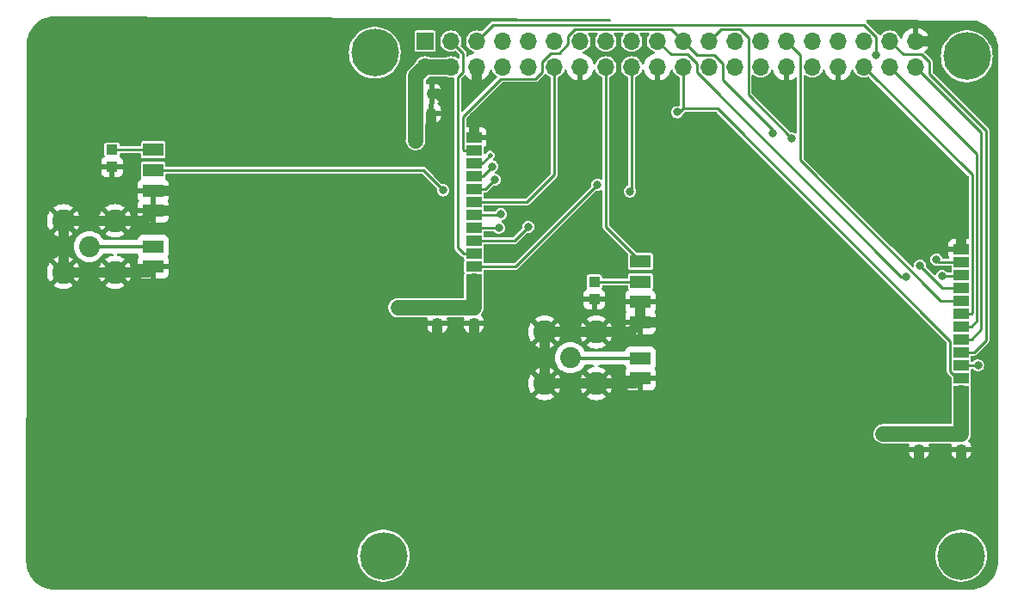
<source format=gtl>
%TF.GenerationSoftware,KiCad,Pcbnew,7.0.8*%
%TF.CreationDate,2024-02-17T17:20:01-08:00*%
%TF.ProjectId,Groundstation_Hat,47726f75-6e64-4737-9461-74696f6e5f48,rev?*%
%TF.SameCoordinates,Original*%
%TF.FileFunction,Copper,L1,Top*%
%TF.FilePolarity,Positive*%
%FSLAX46Y46*%
G04 Gerber Fmt 4.6, Leading zero omitted, Abs format (unit mm)*
G04 Created by KiCad (PCBNEW 7.0.8) date 2024-02-17 17:20:01*
%MOMM*%
%LPD*%
G01*
G04 APERTURE LIST*
G04 Aperture macros list*
%AMRoundRect*
0 Rectangle with rounded corners*
0 $1 Rounding radius*
0 $2 $3 $4 $5 $6 $7 $8 $9 X,Y pos of 4 corners*
0 Add a 4 corners polygon primitive as box body*
4,1,4,$2,$3,$4,$5,$6,$7,$8,$9,$2,$3,0*
0 Add four circle primitives for the rounded corners*
1,1,$1+$1,$2,$3*
1,1,$1+$1,$4,$5*
1,1,$1+$1,$6,$7*
1,1,$1+$1,$8,$9*
0 Add four rect primitives between the rounded corners*
20,1,$1+$1,$2,$3,$4,$5,0*
20,1,$1+$1,$4,$5,$6,$7,0*
20,1,$1+$1,$6,$7,$8,$9,0*
20,1,$1+$1,$8,$9,$2,$3,0*%
G04 Aperture macros list end*
%TA.AperFunction,ComponentPad*%
%ADD10R,1.700000X1.700000*%
%TD*%
%TA.AperFunction,ComponentPad*%
%ADD11O,1.700000X1.700000*%
%TD*%
%TA.AperFunction,ComponentPad*%
%ADD12C,2.050000*%
%TD*%
%TA.AperFunction,ComponentPad*%
%ADD13C,2.250000*%
%TD*%
%TA.AperFunction,SMDPad,CuDef*%
%ADD14R,1.100000X1.000000*%
%TD*%
%TA.AperFunction,ComponentPad*%
%ADD15C,4.700000*%
%TD*%
%TA.AperFunction,SMDPad,CuDef*%
%ADD16RoundRect,0.225000X-0.250000X0.225000X-0.250000X-0.225000X0.250000X-0.225000X0.250000X0.225000X0*%
%TD*%
%TA.AperFunction,SMDPad,CuDef*%
%ADD17RoundRect,0.225000X-0.225000X-0.250000X0.225000X-0.250000X0.225000X0.250000X-0.225000X0.250000X0*%
%TD*%
%TA.AperFunction,SMDPad,CuDef*%
%ADD18R,1.500000X0.975000*%
%TD*%
%TA.AperFunction,SMDPad,CuDef*%
%ADD19R,2.000000X1.300000*%
%TD*%
%TA.AperFunction,SMDPad,CuDef*%
%ADD20R,7.300000X5.100000*%
%TD*%
%TA.AperFunction,ViaPad*%
%ADD21C,0.800000*%
%TD*%
%TA.AperFunction,ViaPad*%
%ADD22C,0.500000*%
%TD*%
%TA.AperFunction,Conductor*%
%ADD23C,1.500000*%
%TD*%
%TA.AperFunction,Conductor*%
%ADD24C,1.000000*%
%TD*%
%TA.AperFunction,Conductor*%
%ADD25C,0.250000*%
%TD*%
%TA.AperFunction,Conductor*%
%ADD26C,0.349250*%
%TD*%
G04 APERTURE END LIST*
D10*
X173150000Y-78950000D03*
D11*
X173150000Y-81490000D03*
X175690000Y-78950000D03*
X175690000Y-81490000D03*
X178230000Y-78950000D03*
X178230000Y-81490000D03*
X180770000Y-78950000D03*
X180770000Y-81490000D03*
X183310000Y-78950000D03*
X183310000Y-81490000D03*
X185850000Y-78950000D03*
X185850000Y-81490000D03*
X188390000Y-78950000D03*
X188390000Y-81490000D03*
X190930000Y-78950000D03*
X190930000Y-81490000D03*
X193470000Y-78950000D03*
X193470000Y-81490000D03*
X196010000Y-78950000D03*
X196010000Y-81490000D03*
X198550000Y-78950000D03*
X198550000Y-81490000D03*
X201090000Y-78950000D03*
X201090000Y-81490000D03*
X203630000Y-78950000D03*
X203630000Y-81490000D03*
X206170000Y-78950000D03*
X206170000Y-81490000D03*
X208710000Y-78950000D03*
X208710000Y-81490000D03*
X211250000Y-78950000D03*
X211250000Y-81490000D03*
X213790000Y-78950000D03*
X213790000Y-81490000D03*
X216330000Y-78950000D03*
X216330000Y-81490000D03*
X218870000Y-78950000D03*
X218870000Y-81490000D03*
X221410000Y-78950000D03*
X221410000Y-81490000D03*
D12*
X140110000Y-99180000D03*
D13*
X142650000Y-101720000D03*
X142650000Y-96640000D03*
X137570000Y-101720000D03*
X137570000Y-96640000D03*
D14*
X142350000Y-91350000D03*
X142350000Y-89650000D03*
D15*
X225900000Y-129650000D03*
D16*
X221750000Y-117625000D03*
X221750000Y-119175000D03*
D17*
X172250000Y-84150000D03*
X173800000Y-84150000D03*
D16*
X177950000Y-105200000D03*
X177950000Y-106750000D03*
D15*
X226450000Y-80450000D03*
D16*
X174350000Y-105225000D03*
X174350000Y-106775000D03*
D12*
X187450000Y-110150000D03*
D13*
X189990000Y-112690000D03*
X189990000Y-107610000D03*
X184910000Y-112690000D03*
X184910000Y-107610000D03*
D17*
X172225000Y-86050000D03*
X173775000Y-86050000D03*
D18*
X225895000Y-113400000D03*
X225895000Y-112130000D03*
X225895000Y-110860000D03*
X225895000Y-109590000D03*
X225895000Y-108320000D03*
X225895000Y-107050000D03*
X225895000Y-105780000D03*
X225895000Y-104510000D03*
X225895000Y-103240000D03*
X225895000Y-101970000D03*
X225895000Y-100700000D03*
X225895000Y-99430000D03*
D19*
X194355000Y-100650000D03*
X194355000Y-102650000D03*
X194355000Y-104650000D03*
X194355000Y-106650000D03*
X194355000Y-110170000D03*
X194355000Y-112170000D03*
D20*
X200255000Y-106900000D03*
D14*
X189800000Y-104350000D03*
X189800000Y-102650000D03*
D15*
X169050000Y-129650000D03*
X168200000Y-80100000D03*
D16*
X225900000Y-117625000D03*
X225900000Y-119175000D03*
D18*
X177945000Y-102420000D03*
X177945000Y-101150000D03*
X177945000Y-99880000D03*
X177945000Y-98610000D03*
X177945000Y-97340000D03*
X177945000Y-96070000D03*
X177945000Y-94800000D03*
X177945000Y-93530000D03*
X177945000Y-92260000D03*
X177945000Y-90990000D03*
X177945000Y-89720000D03*
X177945000Y-88450000D03*
D19*
X146405000Y-89670000D03*
X146405000Y-91670000D03*
X146405000Y-93670000D03*
X146405000Y-95670000D03*
X146405000Y-99190000D03*
X146405000Y-101190000D03*
D20*
X152305000Y-95920000D03*
D21*
X172200000Y-88750000D03*
X218200000Y-117600000D03*
X170500000Y-105200000D03*
X225850000Y-97750000D03*
X207880000Y-96260000D03*
X203350000Y-110450000D03*
X149350000Y-99600000D03*
X223950000Y-77800000D03*
X177700000Y-84300000D03*
X198960000Y-90010000D03*
X175250000Y-84950000D03*
X155100000Y-99500000D03*
X221450000Y-92040000D03*
X205400000Y-106700000D03*
X156950000Y-95750000D03*
X152200000Y-99600000D03*
X197450000Y-110350000D03*
X156900000Y-93800000D03*
X157050000Y-97950000D03*
X188650000Y-89970000D03*
X200150000Y-110450000D03*
X174500000Y-89250000D03*
X188450000Y-83650000D03*
X205400000Y-109050000D03*
X205350000Y-104700000D03*
X214340000Y-86340000D03*
X221750000Y-121025000D03*
X181780000Y-86030000D03*
X187520000Y-103350000D03*
X142390000Y-93120000D03*
X177950000Y-109000000D03*
X174350000Y-109100000D03*
X177950000Y-86450000D03*
X225900000Y-120750000D03*
X228200000Y-84560000D03*
X227550000Y-110900000D03*
X217550000Y-80350000D03*
X174950000Y-93650000D03*
X193300000Y-93750000D03*
X220505109Y-102144891D03*
D22*
X179550000Y-90200000D03*
D21*
X224000000Y-102100000D03*
X223450000Y-100450000D03*
X207350000Y-88000000D03*
X190100000Y-93100000D03*
X197950000Y-85950000D03*
X221850000Y-101050000D03*
X179750000Y-91300000D03*
X209250000Y-88550000D03*
X180000000Y-92600000D03*
X180400000Y-97350000D03*
X180600000Y-96000000D03*
X183300000Y-97250000D03*
D23*
X225900000Y-117625000D02*
X225900000Y-113572500D01*
X172225000Y-88725000D02*
X172200000Y-88750000D01*
D24*
X218225000Y-117625000D02*
X218200000Y-117600000D01*
D23*
X172250000Y-82390000D02*
X172250000Y-84150000D01*
X177945000Y-105195000D02*
X177945000Y-102587500D01*
D25*
X225895000Y-117620000D02*
X225900000Y-117625000D01*
D23*
X172250000Y-86025000D02*
X172225000Y-86050000D01*
X173150000Y-81490000D02*
X172250000Y-82390000D01*
X170525000Y-105225000D02*
X170500000Y-105200000D01*
X172225000Y-86050000D02*
X172225000Y-88525000D01*
X177950000Y-105200000D02*
X174375000Y-105200000D01*
X221750000Y-117625000D02*
X218225000Y-117625000D01*
X174350000Y-105225000D02*
X170525000Y-105225000D01*
X225890000Y-117625000D02*
X221750000Y-117625000D01*
X172225000Y-88525000D02*
X172225000Y-88725000D01*
D25*
X225900000Y-113572500D02*
X225895000Y-113567500D01*
X225895000Y-117620000D02*
X225890000Y-117625000D01*
D23*
X172250000Y-84150000D02*
X172250000Y-86025000D01*
X173150000Y-81490000D02*
X175690000Y-81490000D01*
D24*
X193395000Y-107610000D02*
X194355000Y-106650000D01*
X178230000Y-83770000D02*
X177700000Y-84300000D01*
X189990000Y-107610000D02*
X184910000Y-107610000D01*
D25*
X153980000Y-95920000D02*
X154000000Y-95900000D01*
D24*
X177945000Y-88450000D02*
X177945000Y-86455000D01*
X145875000Y-101720000D02*
X146405000Y-101190000D01*
X173775000Y-86050000D02*
X173775000Y-88225000D01*
D25*
X177945000Y-86455000D02*
X177950000Y-86450000D01*
X150055000Y-93670000D02*
X152192500Y-95807500D01*
D24*
X173800000Y-88550000D02*
X174500000Y-89250000D01*
D25*
X152305000Y-95920000D02*
X153980000Y-95920000D01*
D24*
X146405000Y-93670000D02*
X150055000Y-93670000D01*
D25*
X188390000Y-81490000D02*
X188390000Y-83590000D01*
D24*
X174450000Y-84150000D02*
X175250000Y-84950000D01*
X184910000Y-112690000D02*
X184910000Y-107610000D01*
X225900000Y-119175000D02*
X225900000Y-120750000D01*
X152055000Y-95670000D02*
X152305000Y-95920000D01*
X178230000Y-81490000D02*
X178230000Y-83770000D01*
X137570000Y-96640000D02*
X142650000Y-96640000D01*
X194355000Y-104650000D02*
X194355000Y-106650000D01*
X142650000Y-96640000D02*
X145435000Y-96640000D01*
X142650000Y-101720000D02*
X145875000Y-101720000D01*
X137570000Y-101720000D02*
X142650000Y-101720000D01*
X221750000Y-119175000D02*
X221750000Y-121025000D01*
D25*
X173775000Y-88225000D02*
X173800000Y-88250000D01*
D24*
X177950000Y-106750000D02*
X177950000Y-109000000D01*
X137570000Y-101720000D02*
X137570000Y-96640000D01*
X193835000Y-112690000D02*
X194355000Y-112170000D01*
X189990000Y-112690000D02*
X184910000Y-112690000D01*
D25*
X152305000Y-97495000D02*
X152200000Y-97600000D01*
X173800000Y-88250000D02*
X173800000Y-88550000D01*
D24*
X194355000Y-106650000D02*
X200005000Y-106650000D01*
X146405000Y-95670000D02*
X152055000Y-95670000D01*
D25*
X152305000Y-95920000D02*
X152192500Y-95807500D01*
D24*
X173800000Y-84150000D02*
X174450000Y-84150000D01*
D25*
X188390000Y-83590000D02*
X188450000Y-83650000D01*
D24*
X221410000Y-78950000D02*
X222800000Y-78950000D01*
X225895000Y-99430000D02*
X225895000Y-97795000D01*
X174350000Y-106775000D02*
X174350000Y-109100000D01*
X189990000Y-107610000D02*
X193395000Y-107610000D01*
X145435000Y-96640000D02*
X146405000Y-95670000D01*
D25*
X225895000Y-97795000D02*
X225850000Y-97750000D01*
D24*
X189990000Y-112690000D02*
X193835000Y-112690000D01*
X222800000Y-78950000D02*
X223950000Y-77800000D01*
D25*
X200005000Y-106650000D02*
X200255000Y-106900000D01*
X177945000Y-99880000D02*
X176945000Y-99880000D01*
X176350000Y-99285000D02*
X176350000Y-82491701D01*
X176865000Y-80125000D02*
X175690000Y-78950000D01*
X176865000Y-81976701D02*
X176865000Y-80125000D01*
X176945000Y-99880000D02*
X176350000Y-99285000D01*
X176350000Y-82491701D02*
X176865000Y-81976701D01*
X178230000Y-78950000D02*
X179855000Y-77325000D01*
X227550000Y-110900000D02*
X225935000Y-110900000D01*
X217550000Y-78508299D02*
X217550000Y-80350000D01*
X225935000Y-110900000D02*
X225895000Y-110860000D01*
X216366701Y-77325000D02*
X217550000Y-78508299D01*
X179855000Y-77325000D02*
X216366701Y-77325000D01*
X185850000Y-92100000D02*
X183150000Y-94800000D01*
X185850000Y-81490000D02*
X185850000Y-92100000D01*
X183150000Y-94800000D02*
X177945000Y-94800000D01*
X190930000Y-97225000D02*
X194355000Y-100650000D01*
X190930000Y-81490000D02*
X190930000Y-97225000D01*
X193300000Y-93750000D02*
X193470000Y-93580000D01*
X146405000Y-91670000D02*
X172970000Y-91670000D01*
X172970000Y-91670000D02*
X174950000Y-93650000D01*
X193470000Y-93580000D02*
X193470000Y-81490000D01*
X225765000Y-102100000D02*
X225895000Y-101970000D01*
X199898000Y-81176299D02*
X199898000Y-82048000D01*
X224000000Y-102100000D02*
X225765000Y-102100000D01*
X196010000Y-78950000D02*
X197324000Y-80264000D01*
X197324000Y-80264000D02*
X198985701Y-80264000D01*
X219994891Y-102144891D02*
X220505109Y-102144891D01*
X199898000Y-82048000D02*
X219994891Y-102144891D01*
X177945000Y-90990000D02*
X178760000Y-90990000D01*
X178760000Y-90990000D02*
X179550000Y-90200000D01*
X198985701Y-80264000D02*
X199898000Y-81176299D01*
X223450000Y-100450000D02*
X223700000Y-100700000D01*
X180568274Y-82665000D02*
X183986701Y-82665000D01*
X207350000Y-88000000D02*
X207350000Y-87700000D01*
X187903299Y-77775000D02*
X197375000Y-77775000D01*
X177945000Y-89720000D02*
X176945000Y-89720000D01*
X202455000Y-81193299D02*
X201576701Y-80315000D01*
X201576701Y-80315000D02*
X199915000Y-80315000D01*
X185553299Y-80125000D02*
X186336701Y-80125000D01*
X197375000Y-77775000D02*
X198550000Y-78950000D01*
X176850000Y-86383274D02*
X180568274Y-82665000D01*
X176850000Y-89625000D02*
X176850000Y-86383274D01*
X186336701Y-80125000D02*
X187200000Y-79261701D01*
X202455000Y-82805000D02*
X202455000Y-81193299D01*
X184675000Y-81976701D02*
X184675000Y-81003299D01*
X184675000Y-81003299D02*
X185553299Y-80125000D01*
X223700000Y-100700000D02*
X225895000Y-100700000D01*
X183986701Y-82665000D02*
X184675000Y-81976701D01*
X187200000Y-79261701D02*
X187200000Y-78478299D01*
X207350000Y-87700000D02*
X202455000Y-82805000D01*
X199915000Y-80315000D02*
X198550000Y-78950000D01*
X187200000Y-78478299D02*
X187903299Y-77775000D01*
X176945000Y-89720000D02*
X176850000Y-89625000D01*
X225467880Y-112130000D02*
X225895000Y-112130000D01*
X177945000Y-101150000D02*
X182050000Y-101150000D01*
X198200000Y-85950000D02*
X198550000Y-85600000D01*
X198550000Y-85600000D02*
X201932000Y-85600000D01*
X198550000Y-81490000D02*
X198550000Y-85600000D01*
X224820000Y-108488000D02*
X224820000Y-111482120D01*
X224820000Y-111482120D02*
X225467880Y-112130000D01*
X182050000Y-101150000D02*
X190100000Y-93100000D01*
X201932000Y-85600000D02*
X224820000Y-108488000D01*
X197950000Y-85950000D02*
X198200000Y-85950000D01*
X204950000Y-78608299D02*
X204950000Y-84250000D01*
X224040000Y-103240000D02*
X225895000Y-103240000D01*
X221850000Y-101050000D02*
X224040000Y-103240000D01*
X178790000Y-92260000D02*
X179750000Y-91300000D01*
X204950000Y-84250000D02*
X209250000Y-88550000D01*
X202265000Y-77775000D02*
X204116701Y-77775000D01*
X204116701Y-77775000D02*
X204950000Y-78608299D01*
X201090000Y-78950000D02*
X202265000Y-77775000D01*
X177945000Y-92260000D02*
X178790000Y-92260000D01*
X223894816Y-104510000D02*
X225895000Y-104510000D01*
X210075000Y-90690184D02*
X223894816Y-104510000D01*
X208710000Y-78950000D02*
X210075000Y-80315000D01*
X210075000Y-80315000D02*
X210075000Y-90690184D01*
X177945000Y-93530000D02*
X179070000Y-93530000D01*
X179070000Y-93530000D02*
X180000000Y-92600000D01*
X228350000Y-108400000D02*
X227160000Y-109590000D01*
X227160000Y-109590000D02*
X225895000Y-109590000D01*
X222758000Y-81026000D02*
X222758000Y-82201604D01*
X228350000Y-87793604D02*
X228350000Y-108400000D01*
X222758000Y-82201604D02*
X228350000Y-87793604D01*
X221996000Y-80264000D02*
X222758000Y-81026000D01*
X220184000Y-80264000D02*
X221996000Y-80264000D01*
X218870000Y-78950000D02*
X220184000Y-80264000D01*
X180390000Y-97340000D02*
X180400000Y-97350000D01*
X177945000Y-97340000D02*
X180390000Y-97340000D01*
X227870000Y-107345000D02*
X226895000Y-108320000D01*
X221410000Y-81490000D02*
X227870000Y-87950000D01*
X226895000Y-108320000D02*
X225895000Y-108320000D01*
X227870000Y-87950000D02*
X227870000Y-107345000D01*
X180530000Y-96070000D02*
X180600000Y-96000000D01*
X177945000Y-96070000D02*
X180530000Y-96070000D01*
X226895000Y-107050000D02*
X225895000Y-107050000D01*
X227420000Y-106525000D02*
X226895000Y-107050000D01*
X227420000Y-90040000D02*
X227420000Y-106525000D01*
X218870000Y-81490000D02*
X227420000Y-90040000D01*
X216330000Y-81490000D02*
X226970000Y-92130000D01*
X226970000Y-105705000D02*
X226895000Y-105780000D01*
X226895000Y-105780000D02*
X225895000Y-105780000D01*
X226970000Y-92130000D02*
X226970000Y-105705000D01*
D26*
X146405000Y-99190000D02*
X140120000Y-99190000D01*
D25*
X140120000Y-99190000D02*
X140110000Y-99180000D01*
X181940000Y-98610000D02*
X183300000Y-97250000D01*
X177945000Y-98610000D02*
X181940000Y-98610000D01*
X146385000Y-89650000D02*
X146405000Y-89670000D01*
X142350000Y-89650000D02*
X146385000Y-89650000D01*
X194355000Y-102650000D02*
X189800000Y-102650000D01*
X187470000Y-110170000D02*
X187450000Y-110150000D01*
D26*
X194355000Y-110170000D02*
X187470000Y-110170000D01*
%TA.AperFunction,Conductor*%
G36*
X191326009Y-76751501D02*
G01*
X191392965Y-76771467D01*
X191438497Y-76824463D01*
X191448150Y-76893663D01*
X191418858Y-76957096D01*
X191359921Y-76994623D01*
X191325487Y-76999500D01*
X179871922Y-76999500D01*
X179866518Y-76999264D01*
X179861107Y-76998790D01*
X179826192Y-76995735D01*
X179826191Y-76995735D01*
X179787091Y-77006212D01*
X179781811Y-77007383D01*
X179741959Y-77014410D01*
X179736961Y-77016229D01*
X179720117Y-77023206D01*
X179715313Y-77025446D01*
X179682166Y-77048656D01*
X179677606Y-77051562D01*
X179642548Y-77071804D01*
X179642540Y-77071810D01*
X179616523Y-77102815D01*
X179612869Y-77106804D01*
X178770994Y-77948678D01*
X178709671Y-77982163D01*
X178639979Y-77977179D01*
X178635862Y-77975559D01*
X178633962Y-77974772D01*
X178633954Y-77974768D01*
X178435934Y-77914700D01*
X178435932Y-77914699D01*
X178435934Y-77914699D01*
X178230000Y-77894417D01*
X178024067Y-77914699D01*
X177826043Y-77974769D01*
X177753743Y-78013415D01*
X177643550Y-78072315D01*
X177643548Y-78072316D01*
X177643547Y-78072317D01*
X177483589Y-78203589D01*
X177352318Y-78363546D01*
X177352315Y-78363550D01*
X177315062Y-78433244D01*
X177254769Y-78546043D01*
X177194699Y-78744067D01*
X177174417Y-78950000D01*
X177194699Y-79155932D01*
X177213788Y-79218861D01*
X177254768Y-79353954D01*
X177352315Y-79536450D01*
X177352317Y-79536452D01*
X177483589Y-79696410D01*
X177572830Y-79769647D01*
X177643550Y-79827685D01*
X177787976Y-79904883D01*
X177824575Y-79924446D01*
X177826046Y-79925232D01*
X177892551Y-79945405D01*
X177950989Y-79983702D01*
X177979446Y-80047514D01*
X177968887Y-80116581D01*
X177922663Y-80168975D01*
X177888650Y-80183841D01*
X177766514Y-80216567D01*
X177766507Y-80216570D01*
X177552422Y-80316399D01*
X177552420Y-80316400D01*
X177385623Y-80433193D01*
X177319417Y-80455520D01*
X177251650Y-80438510D01*
X177203837Y-80387562D01*
X177190500Y-80331618D01*
X177190500Y-80141920D01*
X177190736Y-80136513D01*
X177191332Y-80129709D01*
X177194264Y-80096193D01*
X177183782Y-80057076D01*
X177182616Y-80051818D01*
X177175588Y-80011955D01*
X177175586Y-80011952D01*
X177175586Y-80011950D01*
X177173760Y-80006933D01*
X177166820Y-79990176D01*
X177164554Y-79985319D01*
X177164554Y-79985316D01*
X177141339Y-79952162D01*
X177138433Y-79947599D01*
X177118196Y-79912548D01*
X177118195Y-79912547D01*
X177118194Y-79912545D01*
X177087177Y-79886518D01*
X177083193Y-79882867D01*
X176691321Y-79490995D01*
X176657836Y-79429672D01*
X176662820Y-79359980D01*
X176664446Y-79355850D01*
X176665227Y-79353962D01*
X176665232Y-79353954D01*
X176725300Y-79155934D01*
X176745583Y-78950000D01*
X176725300Y-78744066D01*
X176665232Y-78546046D01*
X176567685Y-78363550D01*
X176489342Y-78268088D01*
X176436410Y-78203589D01*
X176286121Y-78080252D01*
X176276450Y-78072315D01*
X176093954Y-77974768D01*
X175895934Y-77914700D01*
X175895932Y-77914699D01*
X175895934Y-77914699D01*
X175690000Y-77894417D01*
X175484067Y-77914699D01*
X175286043Y-77974769D01*
X175213743Y-78013415D01*
X175103550Y-78072315D01*
X175103548Y-78072316D01*
X175103547Y-78072317D01*
X174943589Y-78203589D01*
X174812318Y-78363546D01*
X174812315Y-78363550D01*
X174775062Y-78433244D01*
X174714769Y-78546043D01*
X174654699Y-78744067D01*
X174634417Y-78950000D01*
X174654699Y-79155932D01*
X174673788Y-79218861D01*
X174714768Y-79353954D01*
X174812315Y-79536450D01*
X174812317Y-79536452D01*
X174943589Y-79696410D01*
X175032830Y-79769647D01*
X175103550Y-79827685D01*
X175286046Y-79925232D01*
X175484066Y-79985300D01*
X175484065Y-79985300D01*
X175502529Y-79987118D01*
X175690000Y-80005583D01*
X175895934Y-79985300D01*
X176093954Y-79925232D01*
X176093962Y-79925227D01*
X176095850Y-79924446D01*
X176096924Y-79924330D01*
X176099784Y-79923463D01*
X176099948Y-79924004D01*
X176165318Y-79916970D01*
X176227801Y-79948238D01*
X176230995Y-79951321D01*
X176503181Y-80223507D01*
X176536666Y-80284830D01*
X176539500Y-80311188D01*
X176539500Y-80566017D01*
X176519815Y-80633056D01*
X176467011Y-80678811D01*
X176397853Y-80688755D01*
X176336836Y-80661871D01*
X176276453Y-80612317D01*
X176276451Y-80612316D01*
X176276450Y-80612315D01*
X176112780Y-80524831D01*
X176093956Y-80514769D01*
X176093955Y-80514768D01*
X176093954Y-80514768D01*
X175895934Y-80454700D01*
X175895932Y-80454699D01*
X175895934Y-80454699D01*
X175690000Y-80434417D01*
X175484067Y-80454699D01*
X175312439Y-80506762D01*
X175286050Y-80514767D01*
X175286043Y-80514769D01*
X175267169Y-80524858D01*
X175208715Y-80539500D01*
X173631285Y-80539500D01*
X173572831Y-80524858D01*
X173553956Y-80514769D01*
X173553955Y-80514768D01*
X173553954Y-80514768D01*
X173355934Y-80454700D01*
X173355932Y-80454699D01*
X173355934Y-80454699D01*
X173150000Y-80434417D01*
X172944067Y-80454699D01*
X172772439Y-80506762D01*
X172746050Y-80514767D01*
X172746043Y-80514769D01*
X172639551Y-80571691D01*
X172563550Y-80612315D01*
X172563548Y-80612316D01*
X172563547Y-80612317D01*
X172403589Y-80743589D01*
X172274931Y-80900362D01*
X172272315Y-80903550D01*
X172269612Y-80908607D01*
X172174767Y-81086047D01*
X172168554Y-81106529D01*
X172137575Y-81158213D01*
X171586417Y-81709372D01*
X171525084Y-81767672D01*
X171525082Y-81767675D01*
X171491855Y-81815411D01*
X171489020Y-81819172D01*
X171452265Y-81864250D01*
X171437248Y-81892998D01*
X171433179Y-81899714D01*
X171414646Y-81926342D01*
X171414646Y-81926343D01*
X171391711Y-81979789D01*
X171389689Y-81984046D01*
X171362764Y-82035591D01*
X171362762Y-82035595D01*
X171353839Y-82066776D01*
X171351206Y-82074172D01*
X171338412Y-82103987D01*
X171338412Y-82103988D01*
X171326703Y-82160960D01*
X171325580Y-82165534D01*
X171309583Y-82221448D01*
X171309581Y-82221454D01*
X171307120Y-82253791D01*
X171306029Y-82261572D01*
X171299500Y-82293343D01*
X171299500Y-82351502D01*
X171299321Y-82356211D01*
X171294904Y-82414201D01*
X171296482Y-82426584D01*
X171299003Y-82446385D01*
X171299500Y-82454214D01*
X171299500Y-85811922D01*
X171294716Y-85846033D01*
X171284582Y-85881447D01*
X171284582Y-85881449D01*
X171282120Y-85913791D01*
X171281029Y-85921572D01*
X171274500Y-85953343D01*
X171274500Y-86011502D01*
X171274321Y-86016211D01*
X171269904Y-86074201D01*
X171271804Y-86089120D01*
X171274003Y-86106385D01*
X171274500Y-86114214D01*
X171274500Y-88511922D01*
X171269716Y-88546033D01*
X171259582Y-88581447D01*
X171259582Y-88581450D01*
X171244904Y-88774201D01*
X171244904Y-88774204D01*
X171269327Y-88965963D01*
X171269327Y-88965964D01*
X171331851Y-89148888D01*
X171429916Y-89315477D01*
X171429917Y-89315479D01*
X171429919Y-89315481D01*
X171512619Y-89407017D01*
X171559514Y-89458922D01*
X171715324Y-89573336D01*
X171715323Y-89573336D01*
X171715328Y-89573338D01*
X171715329Y-89573339D01*
X171890987Y-89654048D01*
X171890990Y-89654048D01*
X171890991Y-89654049D01*
X172079294Y-89697747D01*
X172272540Y-89702644D01*
X172272540Y-89702643D01*
X172272546Y-89702644D01*
X172446068Y-89671542D01*
X172462823Y-89668540D01*
X172462823Y-89668539D01*
X172462828Y-89668539D01*
X172642348Y-89596830D01*
X172642355Y-89596825D01*
X172642358Y-89596824D01*
X172791508Y-89498525D01*
X172803759Y-89490451D01*
X172888582Y-89405627D01*
X172949919Y-89347323D01*
X172983161Y-89299562D01*
X172985962Y-89295846D01*
X173022734Y-89250751D01*
X173037752Y-89221998D01*
X173041822Y-89215282D01*
X173052110Y-89200500D01*
X173060353Y-89188658D01*
X173083296Y-89135190D01*
X173085305Y-89130959D01*
X173112236Y-89079406D01*
X173121160Y-89048216D01*
X173123787Y-89040836D01*
X173136587Y-89011012D01*
X173148299Y-88954011D01*
X173149410Y-88949485D01*
X173165416Y-88893552D01*
X173167879Y-88861195D01*
X173168965Y-88853449D01*
X173175500Y-88821656D01*
X173175500Y-88763493D01*
X173175679Y-88758783D01*
X173180095Y-88700797D01*
X173177486Y-88680315D01*
X173175996Y-88668615D01*
X173175500Y-88660784D01*
X173175500Y-87111391D01*
X173195185Y-87044352D01*
X173247989Y-86998597D01*
X173317147Y-86988653D01*
X173338504Y-86993685D01*
X173402393Y-87014855D01*
X173501683Y-87024999D01*
X173525000Y-87024998D01*
X173525000Y-86300000D01*
X174025000Y-86300000D01*
X174025000Y-87024999D01*
X174048308Y-87024999D01*
X174048322Y-87024998D01*
X174147607Y-87014855D01*
X174308481Y-86961547D01*
X174308492Y-86961542D01*
X174452728Y-86872575D01*
X174452732Y-86872572D01*
X174572572Y-86752732D01*
X174572575Y-86752728D01*
X174661542Y-86608492D01*
X174661547Y-86608481D01*
X174714855Y-86447606D01*
X174724999Y-86348322D01*
X174725000Y-86348309D01*
X174725000Y-86300000D01*
X174025000Y-86300000D01*
X173525000Y-86300000D01*
X173525000Y-85800000D01*
X174025000Y-85800000D01*
X174724999Y-85800000D01*
X174724999Y-85751692D01*
X174724998Y-85751677D01*
X174714855Y-85652392D01*
X174661547Y-85491518D01*
X174661542Y-85491507D01*
X174572575Y-85347271D01*
X174572572Y-85347267D01*
X174452733Y-85227428D01*
X174429745Y-85213249D01*
X174383021Y-85161301D01*
X174371798Y-85092338D01*
X174399642Y-85028256D01*
X174429745Y-85002171D01*
X174477733Y-84972571D01*
X174597572Y-84852732D01*
X174597575Y-84852728D01*
X174686542Y-84708492D01*
X174686547Y-84708481D01*
X174739855Y-84547606D01*
X174749999Y-84448322D01*
X174750000Y-84448309D01*
X174750000Y-84400000D01*
X174050000Y-84400000D01*
X174050000Y-85088638D01*
X174030315Y-85155677D01*
X174025000Y-85162272D01*
X174025000Y-85800000D01*
X173525000Y-85800000D01*
X173525000Y-85111362D01*
X173544685Y-85044323D01*
X173550000Y-85037727D01*
X173550000Y-83175000D01*
X174050000Y-83175000D01*
X174050000Y-83900000D01*
X174749999Y-83900000D01*
X174749999Y-83851692D01*
X174749998Y-83851677D01*
X174739855Y-83752392D01*
X174686547Y-83591518D01*
X174686542Y-83591507D01*
X174597575Y-83447271D01*
X174597572Y-83447267D01*
X174477732Y-83327427D01*
X174477728Y-83327424D01*
X174333492Y-83238457D01*
X174333481Y-83238452D01*
X174172606Y-83185144D01*
X174073322Y-83175000D01*
X174050000Y-83175000D01*
X173550000Y-83175000D01*
X173550000Y-83174999D01*
X173526693Y-83175000D01*
X173526674Y-83175001D01*
X173427391Y-83185144D01*
X173363503Y-83206314D01*
X173293674Y-83208715D01*
X173233633Y-83172983D01*
X173202441Y-83110462D01*
X173200500Y-83088608D01*
X173200500Y-82835071D01*
X173220185Y-82768032D01*
X173236815Y-82747394D01*
X173481785Y-82502423D01*
X173533471Y-82471445D01*
X173553954Y-82465232D01*
X173572831Y-82455142D01*
X173631285Y-82440500D01*
X175208715Y-82440500D01*
X175267169Y-82455142D01*
X175286046Y-82465232D01*
X175484066Y-82525300D01*
X175484065Y-82525300D01*
X175491650Y-82526047D01*
X175690000Y-82545583D01*
X175888347Y-82526047D01*
X175956992Y-82539066D01*
X176007702Y-82587131D01*
X176024500Y-82649450D01*
X176024500Y-99268078D01*
X176024264Y-99273485D01*
X176020735Y-99313808D01*
X176031212Y-99352910D01*
X176032383Y-99358190D01*
X176039411Y-99398043D01*
X176041235Y-99403055D01*
X176048197Y-99419861D01*
X176050445Y-99424681D01*
X176050446Y-99424684D01*
X176064452Y-99444687D01*
X176073655Y-99457831D01*
X176076561Y-99462392D01*
X176096806Y-99497455D01*
X176127815Y-99523475D01*
X176131805Y-99527131D01*
X176702863Y-100098189D01*
X176706518Y-100102178D01*
X176732541Y-100133190D01*
X176732543Y-100133191D01*
X176732545Y-100133194D01*
X176732547Y-100133195D01*
X176732548Y-100133196D01*
X176767599Y-100153433D01*
X176772162Y-100156339D01*
X176805316Y-100179554D01*
X176805319Y-100179554D01*
X176810176Y-100181820D01*
X176826933Y-100188760D01*
X176831948Y-100190585D01*
X176831950Y-100190585D01*
X176831955Y-100190588D01*
X176871840Y-100197620D01*
X176877059Y-100198777D01*
X176902599Y-100205621D01*
X176962256Y-100241987D01*
X176992784Y-100304834D01*
X176994500Y-100325394D01*
X176994500Y-100387252D01*
X177006131Y-100445729D01*
X177006133Y-100445733D01*
X177006386Y-100446111D01*
X177006683Y-100447059D01*
X177010806Y-100457013D01*
X177009914Y-100457382D01*
X177027263Y-100512789D01*
X177010753Y-100572965D01*
X177010806Y-100572987D01*
X177010632Y-100573405D01*
X177008777Y-100580169D01*
X177006386Y-100583889D01*
X177006133Y-100584266D01*
X177006131Y-100584270D01*
X176994500Y-100642747D01*
X176994500Y-101657252D01*
X177006131Y-101715729D01*
X177006133Y-101715733D01*
X177006386Y-101716111D01*
X177006683Y-101717059D01*
X177010806Y-101727013D01*
X177009914Y-101727382D01*
X177027263Y-101782789D01*
X177010753Y-101842965D01*
X177010806Y-101842987D01*
X177010632Y-101843405D01*
X177008777Y-101850169D01*
X177006386Y-101853889D01*
X177006133Y-101854266D01*
X177006131Y-101854270D01*
X176994500Y-101912747D01*
X176994500Y-104125500D01*
X176974815Y-104192539D01*
X176922011Y-104238294D01*
X176870500Y-104249500D01*
X174326793Y-104249500D01*
X174182679Y-104264154D01*
X174167833Y-104268813D01*
X174130711Y-104274500D01*
X170738077Y-104274500D01*
X170703965Y-104269716D01*
X170668549Y-104259582D01*
X170475798Y-104244904D01*
X170475795Y-104244904D01*
X170284036Y-104269327D01*
X170284035Y-104269327D01*
X170101111Y-104331851D01*
X169934522Y-104429916D01*
X169791077Y-104559514D01*
X169676663Y-104715324D01*
X169595951Y-104890988D01*
X169595950Y-104890991D01*
X169552252Y-105079294D01*
X169547355Y-105272540D01*
X169581459Y-105462823D01*
X169581461Y-105462829D01*
X169609018Y-105531816D01*
X169652693Y-105641155D01*
X169653169Y-105642345D01*
X169653175Y-105642358D01*
X169759546Y-105803756D01*
X169844372Y-105888582D01*
X169902674Y-105949917D01*
X169902675Y-105949918D01*
X169950413Y-105983145D01*
X169954161Y-105985970D01*
X169999249Y-106022734D01*
X170027998Y-106037751D01*
X170034718Y-106041822D01*
X170060478Y-106059752D01*
X170061342Y-106060353D01*
X170114808Y-106083296D01*
X170119049Y-106085310D01*
X170170594Y-106112236D01*
X170201788Y-106121161D01*
X170209157Y-106123785D01*
X170238988Y-106136587D01*
X170295980Y-106148298D01*
X170300543Y-106149419D01*
X170340474Y-106160845D01*
X170356448Y-106165416D01*
X170388791Y-106167878D01*
X170396567Y-106168969D01*
X170428344Y-106175500D01*
X170486506Y-106175500D01*
X170491213Y-106175678D01*
X170515789Y-106177550D01*
X170549201Y-106180095D01*
X170549201Y-106180094D01*
X170549203Y-106180095D01*
X170581385Y-106175996D01*
X170589215Y-106175500D01*
X173288609Y-106175500D01*
X173355648Y-106195185D01*
X173401403Y-106247989D01*
X173411347Y-106317147D01*
X173406315Y-106338504D01*
X173385144Y-106402393D01*
X173375000Y-106501677D01*
X173375000Y-106525000D01*
X175324999Y-106525000D01*
X175324999Y-106501692D01*
X175324998Y-106501677D01*
X175314855Y-106402392D01*
X175285401Y-106313504D01*
X175282999Y-106243676D01*
X175318731Y-106183634D01*
X175381251Y-106152441D01*
X175403107Y-106150500D01*
X176888609Y-106150500D01*
X176955648Y-106170185D01*
X177001403Y-106222989D01*
X177011347Y-106292147D01*
X177006315Y-106313504D01*
X176985144Y-106377393D01*
X176975000Y-106476677D01*
X176975000Y-106500000D01*
X178924999Y-106500000D01*
X178924999Y-106476692D01*
X178924998Y-106476677D01*
X178914855Y-106377392D01*
X178861547Y-106216518D01*
X178861542Y-106216507D01*
X178772575Y-106072271D01*
X178683072Y-105982767D01*
X178649588Y-105921443D01*
X178654572Y-105851752D01*
X178672695Y-105819188D01*
X178760796Y-105705373D01*
X178845930Y-105531816D01*
X178894385Y-105344674D01*
X178904176Y-105151610D01*
X178896930Y-105104309D01*
X178895500Y-105085533D01*
X178895500Y-104600000D01*
X188750000Y-104600000D01*
X188750000Y-104897844D01*
X188756401Y-104957372D01*
X188756403Y-104957379D01*
X188806645Y-105092086D01*
X188806649Y-105092093D01*
X188892809Y-105207187D01*
X188892812Y-105207190D01*
X189007906Y-105293350D01*
X189007913Y-105293354D01*
X189142620Y-105343596D01*
X189142627Y-105343598D01*
X189202155Y-105349999D01*
X189202172Y-105350000D01*
X189550000Y-105350000D01*
X189550000Y-104600000D01*
X190050000Y-104600000D01*
X190050000Y-105350000D01*
X190397828Y-105350000D01*
X190397844Y-105349999D01*
X190457372Y-105343598D01*
X190457379Y-105343596D01*
X190592086Y-105293354D01*
X190592093Y-105293350D01*
X190707187Y-105207190D01*
X190707190Y-105207187D01*
X190793350Y-105092093D01*
X190793354Y-105092086D01*
X190843596Y-104957379D01*
X190843598Y-104957372D01*
X190849767Y-104900000D01*
X192855000Y-104900000D01*
X192855000Y-105347844D01*
X192861401Y-105407372D01*
X192861403Y-105407379D01*
X192911645Y-105542086D01*
X192911648Y-105542092D01*
X192936800Y-105575691D01*
X192961216Y-105641155D01*
X192946364Y-105709428D01*
X192936800Y-105724309D01*
X192911648Y-105757907D01*
X192911645Y-105757913D01*
X192861403Y-105892620D01*
X192861401Y-105892627D01*
X192855000Y-105952155D01*
X192855000Y-106400000D01*
X194105000Y-106400000D01*
X194105000Y-104900000D01*
X194605000Y-104900000D01*
X194605000Y-106400000D01*
X195855000Y-106400000D01*
X195855000Y-105952172D01*
X195854999Y-105952155D01*
X195848598Y-105892627D01*
X195848597Y-105892623D01*
X195798351Y-105757909D01*
X195773200Y-105724312D01*
X195748782Y-105658848D01*
X195763633Y-105590575D01*
X195773200Y-105575688D01*
X195798351Y-105542090D01*
X195848597Y-105407376D01*
X195848598Y-105407372D01*
X195854999Y-105347844D01*
X195855000Y-105347827D01*
X195855000Y-104900000D01*
X194605000Y-104900000D01*
X194105000Y-104900000D01*
X192855000Y-104900000D01*
X190849767Y-104900000D01*
X190849999Y-104897844D01*
X190850000Y-104897827D01*
X190850000Y-104600000D01*
X190050000Y-104600000D01*
X189550000Y-104600000D01*
X188750000Y-104600000D01*
X178895500Y-104600000D01*
X178895500Y-104100000D01*
X188750000Y-104100000D01*
X190850000Y-104100000D01*
X190850000Y-103802172D01*
X190849999Y-103802155D01*
X190843598Y-103742627D01*
X190843596Y-103742620D01*
X190793354Y-103607913D01*
X190793350Y-103607906D01*
X190707190Y-103492812D01*
X190707187Y-103492809D01*
X190592087Y-103406645D01*
X190584750Y-103402638D01*
X190535347Y-103353231D01*
X190520498Y-103284957D01*
X190535844Y-103240196D01*
X190534194Y-103239513D01*
X190538868Y-103228229D01*
X190550499Y-103169752D01*
X190550500Y-103169750D01*
X190550500Y-103099500D01*
X190570185Y-103032461D01*
X190622989Y-102986706D01*
X190674500Y-102975500D01*
X193030500Y-102975500D01*
X193097539Y-102995185D01*
X193143294Y-103047989D01*
X193154500Y-103099500D01*
X193154500Y-103319752D01*
X193166131Y-103378229D01*
X193170806Y-103389513D01*
X193168754Y-103390362D01*
X193184797Y-103441596D01*
X193166312Y-103508976D01*
X193120252Y-103552637D01*
X193112910Y-103556646D01*
X192997812Y-103642809D01*
X192997809Y-103642812D01*
X192911649Y-103757906D01*
X192911645Y-103757913D01*
X192861403Y-103892620D01*
X192861401Y-103892627D01*
X192855000Y-103952155D01*
X192855000Y-104400000D01*
X195855000Y-104400000D01*
X195855000Y-103952172D01*
X195854999Y-103952155D01*
X195848598Y-103892627D01*
X195848596Y-103892620D01*
X195798354Y-103757913D01*
X195798350Y-103757906D01*
X195712190Y-103642812D01*
X195712187Y-103642809D01*
X195597087Y-103556645D01*
X195589750Y-103552638D01*
X195540347Y-103503231D01*
X195525498Y-103434957D01*
X195540844Y-103390196D01*
X195539194Y-103389513D01*
X195543868Y-103378229D01*
X195555499Y-103319752D01*
X195555500Y-103319750D01*
X195555500Y-101980249D01*
X195555499Y-101980247D01*
X195543868Y-101921770D01*
X195543867Y-101921769D01*
X195499552Y-101855447D01*
X195433230Y-101811132D01*
X195433229Y-101811131D01*
X195374752Y-101799500D01*
X195374748Y-101799500D01*
X193335252Y-101799500D01*
X193335247Y-101799500D01*
X193276770Y-101811131D01*
X193276769Y-101811132D01*
X193210447Y-101855447D01*
X193166132Y-101921769D01*
X193166131Y-101921770D01*
X193154500Y-101980247D01*
X193154500Y-102200500D01*
X193134815Y-102267539D01*
X193082011Y-102313294D01*
X193030500Y-102324500D01*
X190674500Y-102324500D01*
X190607461Y-102304815D01*
X190561706Y-102252011D01*
X190550500Y-102200500D01*
X190550500Y-102130249D01*
X190550499Y-102130247D01*
X190538868Y-102071770D01*
X190538867Y-102071769D01*
X190494552Y-102005447D01*
X190428230Y-101961132D01*
X190428229Y-101961131D01*
X190369752Y-101949500D01*
X190369748Y-101949500D01*
X189230252Y-101949500D01*
X189230247Y-101949500D01*
X189171770Y-101961131D01*
X189171769Y-101961132D01*
X189105447Y-102005447D01*
X189061132Y-102071769D01*
X189061131Y-102071770D01*
X189049500Y-102130247D01*
X189049500Y-103169752D01*
X189061131Y-103228229D01*
X189065806Y-103239513D01*
X189063754Y-103240362D01*
X189079797Y-103291596D01*
X189061312Y-103358976D01*
X189015252Y-103402637D01*
X189007910Y-103406646D01*
X188892812Y-103492809D01*
X188892809Y-103492812D01*
X188806649Y-103607906D01*
X188806645Y-103607913D01*
X188756403Y-103742620D01*
X188756401Y-103742627D01*
X188750000Y-103802155D01*
X188750000Y-104100000D01*
X178895500Y-104100000D01*
X178895500Y-101912749D01*
X178895499Y-101912747D01*
X178883868Y-101854272D01*
X178883867Y-101854270D01*
X178883867Y-101854269D01*
X178883616Y-101853893D01*
X178883319Y-101852947D01*
X178879194Y-101842987D01*
X178880085Y-101842617D01*
X178862736Y-101787219D01*
X178879243Y-101727033D01*
X178879194Y-101727013D01*
X178879356Y-101726619D01*
X178881217Y-101719838D01*
X178883613Y-101716111D01*
X178883867Y-101715731D01*
X178895500Y-101657248D01*
X178895500Y-101599500D01*
X178915185Y-101532461D01*
X178967989Y-101486706D01*
X179019500Y-101475500D01*
X182033078Y-101475500D01*
X182038481Y-101475735D01*
X182078807Y-101479264D01*
X182117940Y-101468777D01*
X182123162Y-101467619D01*
X182163045Y-101460588D01*
X182163050Y-101460584D01*
X182168099Y-101458747D01*
X182184824Y-101451819D01*
X182189681Y-101449554D01*
X182189684Y-101449554D01*
X182222841Y-101426335D01*
X182227390Y-101423438D01*
X182262455Y-101403194D01*
X182271020Y-101392987D01*
X182283401Y-101378231D01*
X182288481Y-101372176D01*
X182292122Y-101368202D01*
X189928315Y-93732009D01*
X189989636Y-93698526D01*
X190032180Y-93696753D01*
X190099999Y-93705682D01*
X190100000Y-93705682D01*
X190100001Y-93705682D01*
X190152254Y-93698802D01*
X190256762Y-93685044D01*
X190402841Y-93624536D01*
X190405009Y-93622872D01*
X190407172Y-93622035D01*
X190409881Y-93620472D01*
X190410124Y-93620894D01*
X190470175Y-93597675D01*
X190538621Y-93611709D01*
X190588613Y-93660519D01*
X190604500Y-93721244D01*
X190604500Y-97208078D01*
X190604264Y-97213485D01*
X190600735Y-97253808D01*
X190611212Y-97292910D01*
X190612383Y-97298190D01*
X190619411Y-97338043D01*
X190621235Y-97343055D01*
X190628197Y-97359861D01*
X190630445Y-97364681D01*
X190630446Y-97364684D01*
X190641179Y-97380012D01*
X190653655Y-97397831D01*
X190656561Y-97402392D01*
X190676806Y-97437455D01*
X190707815Y-97463475D01*
X190711805Y-97467131D01*
X193119343Y-99874670D01*
X193152828Y-99935993D01*
X193155066Y-99974494D01*
X193154500Y-99980246D01*
X193154500Y-101319752D01*
X193166131Y-101378229D01*
X193166132Y-101378230D01*
X193210447Y-101444552D01*
X193276769Y-101488867D01*
X193276770Y-101488868D01*
X193335247Y-101500499D01*
X193335250Y-101500500D01*
X193335252Y-101500500D01*
X195374750Y-101500500D01*
X195374751Y-101500499D01*
X195389568Y-101497552D01*
X195433229Y-101488868D01*
X195433229Y-101488867D01*
X195433231Y-101488867D01*
X195499552Y-101444552D01*
X195543867Y-101378231D01*
X195543867Y-101378229D01*
X195543868Y-101378229D01*
X195555499Y-101319752D01*
X195555500Y-101319750D01*
X195555500Y-99980249D01*
X195555499Y-99980247D01*
X195543868Y-99921770D01*
X195543867Y-99921769D01*
X195499552Y-99855447D01*
X195433230Y-99811132D01*
X195433229Y-99811131D01*
X195374752Y-99799500D01*
X195374748Y-99799500D01*
X194016189Y-99799500D01*
X193949150Y-99779815D01*
X193928508Y-99763181D01*
X191291819Y-97126492D01*
X191258334Y-97065169D01*
X191255500Y-97038811D01*
X191255500Y-82580583D01*
X191275185Y-82513544D01*
X191327989Y-82467789D01*
X191332049Y-82466021D01*
X191333945Y-82465234D01*
X191333954Y-82465232D01*
X191516450Y-82367685D01*
X191676410Y-82236410D01*
X191807685Y-82076450D01*
X191905232Y-81893954D01*
X191965300Y-81695934D01*
X191985583Y-81490000D01*
X191965300Y-81284066D01*
X191905232Y-81086046D01*
X191807685Y-80903550D01*
X191716996Y-80793044D01*
X191676410Y-80743589D01*
X191534099Y-80626799D01*
X191516450Y-80612315D01*
X191346554Y-80521502D01*
X191333956Y-80514769D01*
X191333955Y-80514768D01*
X191333954Y-80514768D01*
X191135934Y-80454700D01*
X191135932Y-80454699D01*
X191135934Y-80454699D01*
X190930000Y-80434417D01*
X190724067Y-80454699D01*
X190552439Y-80506762D01*
X190526050Y-80514767D01*
X190526043Y-80514769D01*
X190419551Y-80571691D01*
X190343550Y-80612315D01*
X190343548Y-80612316D01*
X190343547Y-80612317D01*
X190183589Y-80743589D01*
X190054931Y-80900362D01*
X190052315Y-80903550D01*
X190049612Y-80908607D01*
X189954767Y-81086046D01*
X189934593Y-81152552D01*
X189896296Y-81210990D01*
X189832483Y-81239447D01*
X189763416Y-81228886D01*
X189711023Y-81182661D01*
X189696158Y-81148649D01*
X189663433Y-81026516D01*
X189663429Y-81026507D01*
X189563600Y-80812422D01*
X189563599Y-80812420D01*
X189428113Y-80618926D01*
X189428108Y-80618920D01*
X189261082Y-80451894D01*
X189067578Y-80316399D01*
X188853492Y-80216570D01*
X188853486Y-80216567D01*
X188731349Y-80183841D01*
X188671689Y-80147476D01*
X188641160Y-80084629D01*
X188649455Y-80015253D01*
X188693940Y-79961375D01*
X188727444Y-79945407D01*
X188793954Y-79925232D01*
X188976450Y-79827685D01*
X189136410Y-79696410D01*
X189267685Y-79536450D01*
X189365232Y-79353954D01*
X189425300Y-79155934D01*
X189445583Y-78950000D01*
X189425300Y-78744066D01*
X189365232Y-78546046D01*
X189267685Y-78363550D01*
X189267682Y-78363546D01*
X189218129Y-78303165D01*
X189190816Y-78238855D01*
X189202607Y-78169987D01*
X189249760Y-78118427D01*
X189313982Y-78100500D01*
X190006018Y-78100500D01*
X190073057Y-78120185D01*
X190118812Y-78172989D01*
X190128756Y-78242147D01*
X190101871Y-78303165D01*
X190052317Y-78363546D01*
X189954769Y-78546043D01*
X189894699Y-78744067D01*
X189874417Y-78950000D01*
X189894699Y-79155932D01*
X189913788Y-79218861D01*
X189954768Y-79353954D01*
X190052315Y-79536450D01*
X190052317Y-79536452D01*
X190183589Y-79696410D01*
X190272830Y-79769647D01*
X190343550Y-79827685D01*
X190526046Y-79925232D01*
X190724066Y-79985300D01*
X190724065Y-79985300D01*
X190742529Y-79987118D01*
X190930000Y-80005583D01*
X191135934Y-79985300D01*
X191333954Y-79925232D01*
X191516450Y-79827685D01*
X191676410Y-79696410D01*
X191807685Y-79536450D01*
X191905232Y-79353954D01*
X191965300Y-79155934D01*
X191985583Y-78950000D01*
X191965300Y-78744066D01*
X191905232Y-78546046D01*
X191807685Y-78363550D01*
X191807682Y-78363546D01*
X191758129Y-78303165D01*
X191730816Y-78238855D01*
X191742607Y-78169987D01*
X191789760Y-78118427D01*
X191853982Y-78100500D01*
X192546018Y-78100500D01*
X192613057Y-78120185D01*
X192658812Y-78172989D01*
X192668756Y-78242147D01*
X192641871Y-78303165D01*
X192592317Y-78363546D01*
X192494769Y-78546043D01*
X192434699Y-78744067D01*
X192414417Y-78950000D01*
X192434699Y-79155932D01*
X192453788Y-79218861D01*
X192494768Y-79353954D01*
X192592315Y-79536450D01*
X192592317Y-79536452D01*
X192723589Y-79696410D01*
X192812830Y-79769647D01*
X192883550Y-79827685D01*
X193066046Y-79925232D01*
X193264066Y-79985300D01*
X193264065Y-79985300D01*
X193282529Y-79987118D01*
X193470000Y-80005583D01*
X193675934Y-79985300D01*
X193873954Y-79925232D01*
X194056450Y-79827685D01*
X194216410Y-79696410D01*
X194347685Y-79536450D01*
X194445232Y-79353954D01*
X194505300Y-79155934D01*
X194525583Y-78950000D01*
X194505300Y-78744066D01*
X194445232Y-78546046D01*
X194347685Y-78363550D01*
X194347682Y-78363546D01*
X194298129Y-78303165D01*
X194270816Y-78238855D01*
X194282607Y-78169987D01*
X194329760Y-78118427D01*
X194393982Y-78100500D01*
X195086018Y-78100500D01*
X195153057Y-78120185D01*
X195198812Y-78172989D01*
X195208756Y-78242147D01*
X195181871Y-78303165D01*
X195132317Y-78363546D01*
X195034769Y-78546043D01*
X194974699Y-78744067D01*
X194954417Y-78950000D01*
X194974699Y-79155932D01*
X194993788Y-79218861D01*
X195034768Y-79353954D01*
X195132315Y-79536450D01*
X195132317Y-79536452D01*
X195263589Y-79696410D01*
X195352830Y-79769647D01*
X195423550Y-79827685D01*
X195567976Y-79904883D01*
X195604575Y-79924446D01*
X195606046Y-79925232D01*
X195672551Y-79945405D01*
X195730989Y-79983702D01*
X195759446Y-80047514D01*
X195748887Y-80116581D01*
X195702663Y-80168975D01*
X195668650Y-80183841D01*
X195546514Y-80216567D01*
X195546507Y-80216570D01*
X195332422Y-80316399D01*
X195332420Y-80316400D01*
X195138926Y-80451886D01*
X195138920Y-80451891D01*
X194971891Y-80618920D01*
X194971886Y-80618926D01*
X194836400Y-80812420D01*
X194836399Y-80812422D01*
X194736570Y-81026507D01*
X194736567Y-81026514D01*
X194703841Y-81148650D01*
X194667476Y-81208310D01*
X194604629Y-81238839D01*
X194535253Y-81230544D01*
X194481375Y-81186059D01*
X194465406Y-81152552D01*
X194445232Y-81086046D01*
X194444960Y-81085538D01*
X194421025Y-81040758D01*
X194347685Y-80903550D01*
X194256996Y-80793044D01*
X194216410Y-80743589D01*
X194074099Y-80626799D01*
X194056450Y-80612315D01*
X193886554Y-80521502D01*
X193873956Y-80514769D01*
X193873955Y-80514768D01*
X193873954Y-80514768D01*
X193675934Y-80454700D01*
X193675932Y-80454699D01*
X193675934Y-80454699D01*
X193470000Y-80434417D01*
X193264067Y-80454699D01*
X193092439Y-80506762D01*
X193066050Y-80514767D01*
X193066043Y-80514769D01*
X192959551Y-80571691D01*
X192883550Y-80612315D01*
X192883548Y-80612316D01*
X192883547Y-80612317D01*
X192723589Y-80743589D01*
X192594931Y-80900362D01*
X192592315Y-80903550D01*
X192589612Y-80908607D01*
X192494769Y-81086043D01*
X192434699Y-81284067D01*
X192414417Y-81490000D01*
X192434699Y-81695932D01*
X192434700Y-81695934D01*
X192494768Y-81893954D01*
X192592315Y-82076450D01*
X192613561Y-82102338D01*
X192723589Y-82236410D01*
X192802523Y-82301188D01*
X192883550Y-82367685D01*
X193066046Y-82465232D01*
X193066051Y-82465233D01*
X193067951Y-82466021D01*
X193068796Y-82466701D01*
X193071419Y-82468104D01*
X193071153Y-82468601D01*
X193122355Y-82509862D01*
X193144421Y-82576156D01*
X193144500Y-82580583D01*
X193144500Y-93081579D01*
X193124815Y-93148618D01*
X193072011Y-93194373D01*
X193067953Y-93196140D01*
X192997160Y-93225463D01*
X192871718Y-93321718D01*
X192775463Y-93447160D01*
X192714956Y-93593237D01*
X192714955Y-93593239D01*
X192694318Y-93749998D01*
X192694318Y-93750001D01*
X192714955Y-93906760D01*
X192714956Y-93906762D01*
X192775464Y-94052841D01*
X192871718Y-94178282D01*
X192997159Y-94274536D01*
X193143238Y-94335044D01*
X193221619Y-94345363D01*
X193299999Y-94355682D01*
X193300000Y-94355682D01*
X193300001Y-94355682D01*
X193352254Y-94348802D01*
X193456762Y-94335044D01*
X193602841Y-94274536D01*
X193728282Y-94178282D01*
X193824536Y-94052841D01*
X193885044Y-93906762D01*
X193905682Y-93750000D01*
X193899847Y-93705682D01*
X193889164Y-93624536D01*
X193885044Y-93593238D01*
X193824536Y-93447159D01*
X193824534Y-93447156D01*
X193824535Y-93447156D01*
X193821121Y-93442707D01*
X193795929Y-93377537D01*
X193795500Y-93367225D01*
X193795500Y-82580583D01*
X193815185Y-82513544D01*
X193867989Y-82467789D01*
X193872049Y-82466021D01*
X193873945Y-82465234D01*
X193873954Y-82465232D01*
X194056450Y-82367685D01*
X194216410Y-82236410D01*
X194347685Y-82076450D01*
X194445232Y-81893954D01*
X194465406Y-81827446D01*
X194503702Y-81769010D01*
X194567514Y-81740553D01*
X194636581Y-81751112D01*
X194688975Y-81797336D01*
X194703841Y-81831349D01*
X194736567Y-81953486D01*
X194736570Y-81953492D01*
X194836399Y-82167578D01*
X194971894Y-82361082D01*
X195138917Y-82528105D01*
X195332421Y-82663600D01*
X195546507Y-82763429D01*
X195546516Y-82763433D01*
X195760000Y-82820634D01*
X195760000Y-81925501D01*
X195867685Y-81974680D01*
X195974237Y-81990000D01*
X196045763Y-81990000D01*
X196152315Y-81974680D01*
X196260000Y-81925501D01*
X196260000Y-82820633D01*
X196473483Y-82763433D01*
X196473492Y-82763429D01*
X196687578Y-82663600D01*
X196881082Y-82528105D01*
X197048105Y-82361082D01*
X197183600Y-82167578D01*
X197283429Y-81953492D01*
X197283433Y-81953483D01*
X197316158Y-81831350D01*
X197352522Y-81771690D01*
X197415369Y-81741160D01*
X197484745Y-81749454D01*
X197538623Y-81793939D01*
X197554593Y-81827447D01*
X197574768Y-81893954D01*
X197672315Y-82076450D01*
X197693561Y-82102338D01*
X197803589Y-82236410D01*
X197882523Y-82301188D01*
X197963550Y-82367685D01*
X198146046Y-82465232D01*
X198146051Y-82465233D01*
X198147951Y-82466021D01*
X198148796Y-82466701D01*
X198151419Y-82468104D01*
X198151153Y-82468601D01*
X198202355Y-82509862D01*
X198224421Y-82576156D01*
X198224500Y-82580583D01*
X198224500Y-85239061D01*
X198204815Y-85306100D01*
X198152011Y-85351855D01*
X198084315Y-85362000D01*
X197950001Y-85344318D01*
X197949999Y-85344318D01*
X197793239Y-85364955D01*
X197793237Y-85364956D01*
X197647160Y-85425463D01*
X197521718Y-85521718D01*
X197425463Y-85647160D01*
X197364956Y-85793237D01*
X197364955Y-85793239D01*
X197344318Y-85949998D01*
X197344318Y-85950001D01*
X197364955Y-86106760D01*
X197364956Y-86106762D01*
X197425464Y-86252841D01*
X197521718Y-86378282D01*
X197647159Y-86474536D01*
X197793238Y-86535044D01*
X197871619Y-86545363D01*
X197949999Y-86555682D01*
X197950000Y-86555682D01*
X197950001Y-86555682D01*
X198002254Y-86548802D01*
X198106762Y-86535044D01*
X198252841Y-86474536D01*
X198378282Y-86378282D01*
X198474536Y-86252841D01*
X198535044Y-86106762D01*
X198535045Y-86106758D01*
X198537148Y-86098912D01*
X198539896Y-86099648D01*
X198562577Y-86048358D01*
X198569582Y-86040743D01*
X198648509Y-85961818D01*
X198709832Y-85928333D01*
X198736189Y-85925500D01*
X201745812Y-85925500D01*
X201812851Y-85945185D01*
X201833493Y-85961819D01*
X224458181Y-108586507D01*
X224491666Y-108647830D01*
X224494500Y-108674188D01*
X224494500Y-111465198D01*
X224494264Y-111470605D01*
X224490735Y-111510928D01*
X224501212Y-111550030D01*
X224502383Y-111555310D01*
X224509411Y-111595163D01*
X224511235Y-111600175D01*
X224518197Y-111616981D01*
X224520445Y-111621801D01*
X224520446Y-111621804D01*
X224521108Y-111622749D01*
X224543655Y-111654951D01*
X224546561Y-111659512D01*
X224566806Y-111694575D01*
X224597815Y-111720595D01*
X224601805Y-111724251D01*
X224908181Y-112030627D01*
X224941666Y-112091950D01*
X224944500Y-112118308D01*
X224944500Y-112637252D01*
X224956131Y-112695729D01*
X224956133Y-112695733D01*
X224956386Y-112696111D01*
X224956683Y-112697059D01*
X224960806Y-112707013D01*
X224959914Y-112707382D01*
X224977263Y-112762789D01*
X224960753Y-112822965D01*
X224960806Y-112822987D01*
X224960632Y-112823405D01*
X224958777Y-112830169D01*
X224956386Y-112833889D01*
X224956133Y-112834266D01*
X224956131Y-112834270D01*
X224944500Y-112892747D01*
X224944500Y-113907247D01*
X224947117Y-113920403D01*
X224949500Y-113944597D01*
X224949500Y-116550500D01*
X224929815Y-116617539D01*
X224877011Y-116663294D01*
X224825500Y-116674500D01*
X218176793Y-116674500D01*
X218032677Y-116689154D01*
X217848240Y-116747022D01*
X217848225Y-116747029D01*
X217679211Y-116840839D01*
X217679206Y-116840842D01*
X217532533Y-116966758D01*
X217532531Y-116966759D01*
X217414205Y-117119624D01*
X217414203Y-117119628D01*
X217329068Y-117293187D01*
X217280616Y-117480317D01*
X217280615Y-117480323D01*
X217270824Y-117673390D01*
X217300095Y-117864466D01*
X217300098Y-117864478D01*
X217367234Y-118045748D01*
X217367238Y-118045757D01*
X217469488Y-118209803D01*
X217469489Y-118209804D01*
X217469491Y-118209807D01*
X217602677Y-118349919D01*
X217761342Y-118460353D01*
X217938988Y-118536587D01*
X218128344Y-118575500D01*
X220688609Y-118575500D01*
X220755648Y-118595185D01*
X220801403Y-118647989D01*
X220811347Y-118717147D01*
X220806315Y-118738504D01*
X220785144Y-118802393D01*
X220775000Y-118901677D01*
X220775000Y-118925000D01*
X222724999Y-118925000D01*
X222724999Y-118901692D01*
X222724998Y-118901677D01*
X222714855Y-118802392D01*
X222693685Y-118738504D01*
X222691283Y-118668676D01*
X222727015Y-118608634D01*
X222789535Y-118577441D01*
X222811391Y-118575500D01*
X224838609Y-118575500D01*
X224905648Y-118595185D01*
X224951403Y-118647989D01*
X224961347Y-118717147D01*
X224956315Y-118738504D01*
X224935144Y-118802393D01*
X224925000Y-118901677D01*
X224925000Y-118925000D01*
X226874999Y-118925000D01*
X226874999Y-118901692D01*
X226874998Y-118901677D01*
X226864855Y-118802392D01*
X226811547Y-118641518D01*
X226811542Y-118641507D01*
X226722575Y-118497271D01*
X226722572Y-118497267D01*
X226635784Y-118410479D01*
X226602299Y-118349156D01*
X226607283Y-118279464D01*
X226621691Y-118251960D01*
X226624917Y-118247324D01*
X226624919Y-118247323D01*
X226735353Y-118088658D01*
X226811587Y-117911012D01*
X226850500Y-117721656D01*
X226850500Y-113524294D01*
X226845817Y-113478250D01*
X226845500Y-113471975D01*
X226845500Y-112892749D01*
X226845499Y-112892747D01*
X226833868Y-112834272D01*
X226833867Y-112834270D01*
X226833867Y-112834269D01*
X226833616Y-112833893D01*
X226833319Y-112832947D01*
X226829194Y-112822987D01*
X226830085Y-112822617D01*
X226812736Y-112767219D01*
X226829243Y-112707033D01*
X226829194Y-112707013D01*
X226829356Y-112706619D01*
X226831217Y-112699838D01*
X226833613Y-112696111D01*
X226833867Y-112695731D01*
X226845500Y-112637248D01*
X226845500Y-111622752D01*
X226845500Y-111622749D01*
X226845499Y-111622747D01*
X226833868Y-111564272D01*
X226833867Y-111564271D01*
X226833867Y-111564269D01*
X226833616Y-111563893D01*
X226833319Y-111562947D01*
X226829194Y-111552987D01*
X226830085Y-111552617D01*
X226812736Y-111497219D01*
X226829243Y-111437033D01*
X226829194Y-111437013D01*
X226829356Y-111436619D01*
X226831217Y-111429838D01*
X226833597Y-111426134D01*
X226833867Y-111425731D01*
X226845500Y-111367248D01*
X226845500Y-111349500D01*
X226865185Y-111282461D01*
X226917989Y-111236706D01*
X226969500Y-111225500D01*
X226981701Y-111225500D01*
X227048740Y-111245185D01*
X227080077Y-111274014D01*
X227115746Y-111320500D01*
X227121718Y-111328282D01*
X227247159Y-111424536D01*
X227393238Y-111485044D01*
X227468862Y-111495000D01*
X227549999Y-111505682D01*
X227550000Y-111505682D01*
X227550001Y-111505682D01*
X227631138Y-111495000D01*
X227706762Y-111485044D01*
X227852841Y-111424536D01*
X227978282Y-111328282D01*
X228074536Y-111202841D01*
X228135044Y-111056762D01*
X228152064Y-110927482D01*
X228155682Y-110900001D01*
X228155682Y-110899998D01*
X228135044Y-110743239D01*
X228135044Y-110743238D01*
X228074536Y-110597159D01*
X227978282Y-110471718D01*
X227852841Y-110375464D01*
X227798009Y-110352752D01*
X227706762Y-110314956D01*
X227706760Y-110314955D01*
X227550001Y-110294318D01*
X227549999Y-110294318D01*
X227393239Y-110314955D01*
X227393237Y-110314956D01*
X227247160Y-110375463D01*
X227121716Y-110471719D01*
X227080077Y-110525986D01*
X227023649Y-110567189D01*
X226981701Y-110574500D01*
X226969500Y-110574500D01*
X226902461Y-110554815D01*
X226856706Y-110502011D01*
X226845500Y-110450500D01*
X226845500Y-110352749D01*
X226845499Y-110352747D01*
X226833868Y-110294272D01*
X226833867Y-110294271D01*
X226833867Y-110294269D01*
X226833616Y-110293893D01*
X226833319Y-110292947D01*
X226829194Y-110282987D01*
X226830085Y-110282617D01*
X226812736Y-110227219D01*
X226829243Y-110167033D01*
X226829194Y-110167013D01*
X226829356Y-110166619D01*
X226831217Y-110159838D01*
X226833597Y-110156134D01*
X226833867Y-110155731D01*
X226845500Y-110097248D01*
X226845500Y-110039500D01*
X226865185Y-109972461D01*
X226917989Y-109926706D01*
X226969500Y-109915500D01*
X227143078Y-109915500D01*
X227148481Y-109915735D01*
X227188807Y-109919264D01*
X227227940Y-109908777D01*
X227233162Y-109907619D01*
X227273045Y-109900588D01*
X227273050Y-109900584D01*
X227278099Y-109898747D01*
X227294824Y-109891819D01*
X227299681Y-109889554D01*
X227299684Y-109889554D01*
X227332841Y-109866335D01*
X227337390Y-109863438D01*
X227372455Y-109843194D01*
X227398481Y-109812176D01*
X227402122Y-109808202D01*
X228568204Y-108642120D01*
X228572166Y-108638489D01*
X228603194Y-108612455D01*
X228623438Y-108577390D01*
X228626335Y-108572841D01*
X228649554Y-108539684D01*
X228649554Y-108539681D01*
X228651819Y-108534824D01*
X228658747Y-108518099D01*
X228660587Y-108513046D01*
X228660588Y-108513045D01*
X228667621Y-108473150D01*
X228668777Y-108467937D01*
X228679263Y-108428807D01*
X228675735Y-108388489D01*
X228675500Y-108383086D01*
X228675500Y-87810516D01*
X228675736Y-87805110D01*
X228679263Y-87764795D01*
X228668785Y-87725694D01*
X228667618Y-87720434D01*
X228660588Y-87680559D01*
X228660587Y-87680557D01*
X228658760Y-87675537D01*
X228651820Y-87658780D01*
X228649554Y-87653923D01*
X228649554Y-87653920D01*
X228626337Y-87620763D01*
X228623435Y-87616209D01*
X228603194Y-87581149D01*
X228572182Y-87555126D01*
X228568210Y-87551487D01*
X223119819Y-82103096D01*
X223086334Y-82041773D01*
X223083500Y-82015415D01*
X223083500Y-81042920D01*
X223083736Y-81037513D01*
X223084699Y-81026514D01*
X223087264Y-80997193D01*
X223076782Y-80958076D01*
X223075616Y-80952818D01*
X223068588Y-80912955D01*
X223068586Y-80912952D01*
X223068586Y-80912950D01*
X223066760Y-80907933D01*
X223059820Y-80891176D01*
X223057554Y-80886319D01*
X223057554Y-80886316D01*
X223034339Y-80853162D01*
X223031433Y-80848599D01*
X223011196Y-80813548D01*
X223011195Y-80813547D01*
X223011194Y-80813545D01*
X222980177Y-80787518D01*
X222976193Y-80783867D01*
X222642331Y-80450005D01*
X223894457Y-80450005D01*
X223914606Y-80770283D01*
X223914607Y-80770290D01*
X223926086Y-80830465D01*
X223970835Y-81065048D01*
X223974745Y-81085542D01*
X224073916Y-81390759D01*
X224073918Y-81390764D01*
X224210558Y-81681138D01*
X224210562Y-81681144D01*
X224382520Y-81952108D01*
X224382522Y-81952111D01*
X224585099Y-82196985D01*
X224587089Y-82199390D01*
X224815841Y-82414201D01*
X224821034Y-82419078D01*
X224821044Y-82419086D01*
X225080660Y-82607708D01*
X225080666Y-82607711D01*
X225080672Y-82607716D01*
X225361903Y-82762324D01*
X225660294Y-82880466D01*
X225660293Y-82880466D01*
X225910404Y-82944683D01*
X225971139Y-82960277D01*
X226004995Y-82964554D01*
X226289524Y-83000499D01*
X226289533Y-83000499D01*
X226289536Y-83000500D01*
X226289538Y-83000500D01*
X226610462Y-83000500D01*
X226610464Y-83000500D01*
X226610467Y-83000499D01*
X226610475Y-83000499D01*
X226822235Y-82973747D01*
X226928861Y-82960277D01*
X227239706Y-82880466D01*
X227538097Y-82762324D01*
X227819328Y-82607716D01*
X228078964Y-82419080D01*
X228312911Y-82199390D01*
X228517478Y-81952110D01*
X228689439Y-81681142D01*
X228826084Y-81390758D01*
X228925256Y-81085538D01*
X228985392Y-80770294D01*
X228987072Y-80743589D01*
X229005543Y-80450005D01*
X229005543Y-80449994D01*
X228985393Y-80129716D01*
X228985392Y-80129709D01*
X228985392Y-80129706D01*
X228925256Y-79814462D01*
X228826084Y-79509242D01*
X228824084Y-79504991D01*
X228689441Y-79218861D01*
X228689437Y-79218855D01*
X228678207Y-79201160D01*
X228564439Y-79021889D01*
X228517479Y-78947891D01*
X228517477Y-78947888D01*
X228312912Y-78700611D01*
X228311673Y-78699447D01*
X228078964Y-78480920D01*
X228078961Y-78480918D01*
X228078955Y-78480913D01*
X227819339Y-78292291D01*
X227819321Y-78292280D01*
X227538096Y-78137675D01*
X227538093Y-78137674D01*
X227245353Y-78021770D01*
X227239706Y-78019534D01*
X227239704Y-78019533D01*
X227239706Y-78019533D01*
X226928864Y-77939723D01*
X226928851Y-77939721D01*
X226610475Y-77899500D01*
X226610464Y-77899500D01*
X226289536Y-77899500D01*
X226289524Y-77899500D01*
X225971148Y-77939721D01*
X225971135Y-77939723D01*
X225660294Y-78019533D01*
X225361906Y-78137674D01*
X225361903Y-78137675D01*
X225080678Y-78292280D01*
X225080660Y-78292291D01*
X224821044Y-78480913D01*
X224821034Y-78480921D01*
X224587087Y-78700611D01*
X224382522Y-78947888D01*
X224382520Y-78947891D01*
X224210562Y-79218855D01*
X224210558Y-79218861D01*
X224073918Y-79509235D01*
X224073916Y-79509240D01*
X223974745Y-79814457D01*
X223914607Y-80129709D01*
X223914606Y-80129716D01*
X223894457Y-80449994D01*
X223894457Y-80450005D01*
X222642331Y-80450005D01*
X222318438Y-80126112D01*
X222284953Y-80064789D01*
X222289937Y-79995097D01*
X222318438Y-79950750D01*
X222448105Y-79821082D01*
X222583600Y-79627578D01*
X222683429Y-79413492D01*
X222683432Y-79413486D01*
X222740636Y-79200000D01*
X221843686Y-79200000D01*
X221869493Y-79159844D01*
X221910000Y-79021889D01*
X221910000Y-78878111D01*
X221869493Y-78740156D01*
X221843686Y-78700000D01*
X222740636Y-78700000D01*
X222740635Y-78699999D01*
X222683432Y-78486513D01*
X222683429Y-78486507D01*
X222583600Y-78272422D01*
X222583599Y-78272420D01*
X222448113Y-78078926D01*
X222448108Y-78078920D01*
X222281082Y-77911894D01*
X222087578Y-77776399D01*
X221873492Y-77676570D01*
X221873486Y-77676567D01*
X221660000Y-77619364D01*
X221660000Y-78514498D01*
X221552315Y-78465320D01*
X221445763Y-78450000D01*
X221374237Y-78450000D01*
X221267685Y-78465320D01*
X221160000Y-78514498D01*
X221160000Y-77619364D01*
X221159999Y-77619364D01*
X220946513Y-77676567D01*
X220946507Y-77676570D01*
X220732422Y-77776399D01*
X220732420Y-77776400D01*
X220538926Y-77911886D01*
X220538920Y-77911891D01*
X220371891Y-78078920D01*
X220371886Y-78078926D01*
X220236400Y-78272420D01*
X220236399Y-78272422D01*
X220136570Y-78486507D01*
X220136567Y-78486514D01*
X220103841Y-78608650D01*
X220067476Y-78668310D01*
X220004629Y-78698839D01*
X219935253Y-78690544D01*
X219881375Y-78646059D01*
X219865406Y-78612552D01*
X219845232Y-78546046D01*
X219747685Y-78363550D01*
X219669342Y-78268088D01*
X219616410Y-78203589D01*
X219466121Y-78080252D01*
X219456450Y-78072315D01*
X219273954Y-77974768D01*
X219075934Y-77914700D01*
X219075932Y-77914699D01*
X219075934Y-77914699D01*
X218870000Y-77894417D01*
X218664067Y-77914699D01*
X218466043Y-77974769D01*
X218393743Y-78013415D01*
X218283550Y-78072315D01*
X218283548Y-78072316D01*
X218283547Y-78072317D01*
X218123589Y-78203590D01*
X218017901Y-78332371D01*
X217960155Y-78371705D01*
X217890311Y-78373576D01*
X217830542Y-78337388D01*
X217814661Y-78315706D01*
X217807466Y-78303244D01*
X217803194Y-78295844D01*
X217803191Y-78295841D01*
X217803190Y-78295840D01*
X217775281Y-78272422D01*
X217772182Y-78269821D01*
X217768210Y-78266182D01*
X216608820Y-77106793D01*
X216605175Y-77102814D01*
X216572182Y-77063494D01*
X216574888Y-77061223D01*
X216546731Y-77018898D01*
X216545625Y-76949037D01*
X216582464Y-76889669D01*
X216645552Y-76859641D01*
X216665656Y-76858085D01*
X226697334Y-76900280D01*
X226699516Y-76900501D01*
X226710118Y-76900501D01*
X226748269Y-76900501D01*
X226751746Y-76900599D01*
X226907662Y-76909354D01*
X227059974Y-76917909D01*
X227066869Y-76918685D01*
X227268395Y-76952926D01*
X227369509Y-76970106D01*
X227376293Y-76971654D01*
X227665983Y-77055113D01*
X227671270Y-77056636D01*
X227677837Y-77058935D01*
X227793405Y-77106804D01*
X227961448Y-77176409D01*
X227967697Y-77179419D01*
X228236388Y-77327919D01*
X228242250Y-77331602D01*
X228492625Y-77509253D01*
X228498051Y-77513580D01*
X228726951Y-77718139D01*
X228731871Y-77723059D01*
X228936420Y-77951948D01*
X228940749Y-77957377D01*
X229118387Y-78207735D01*
X229122089Y-78213627D01*
X229236358Y-78420380D01*
X229269817Y-78480921D01*
X229270577Y-78482295D01*
X229273594Y-78488560D01*
X229275231Y-78492512D01*
X229391066Y-78772165D01*
X229393365Y-78778732D01*
X229478345Y-79073706D01*
X229479893Y-79080489D01*
X229531312Y-79383119D01*
X229532091Y-79390034D01*
X229549402Y-79698289D01*
X229549500Y-79701766D01*
X229549500Y-130198259D01*
X229549402Y-130201736D01*
X229532092Y-130509967D01*
X229531313Y-130516881D01*
X229479894Y-130819510D01*
X229478346Y-130826294D01*
X229393364Y-131121271D01*
X229391065Y-131127838D01*
X229273596Y-131411437D01*
X229270577Y-131417706D01*
X229122089Y-131686373D01*
X229118387Y-131692265D01*
X228940753Y-131942617D01*
X228936415Y-131948057D01*
X228731866Y-132176947D01*
X228726946Y-132181868D01*
X228498055Y-132386416D01*
X228492615Y-132390754D01*
X228242267Y-132568387D01*
X228236375Y-132572089D01*
X227967705Y-132720577D01*
X227961436Y-132723596D01*
X227677837Y-132841065D01*
X227671270Y-132843364D01*
X227376293Y-132928346D01*
X227369509Y-132929894D01*
X227066880Y-132981313D01*
X227059966Y-132982092D01*
X226751735Y-132999402D01*
X226748258Y-132999500D01*
X136701742Y-132999500D01*
X136698265Y-132999402D01*
X136390032Y-132982092D01*
X136383118Y-132981313D01*
X136080490Y-132929894D01*
X136073706Y-132928346D01*
X135778729Y-132843364D01*
X135772162Y-132841066D01*
X135592557Y-132766672D01*
X135488558Y-132723594D01*
X135482293Y-132720577D01*
X135213626Y-132572089D01*
X135207734Y-132568387D01*
X134957376Y-132390749D01*
X134951947Y-132386420D01*
X134743904Y-132200500D01*
X134723053Y-132181866D01*
X134718133Y-132176946D01*
X134631912Y-132080466D01*
X134513578Y-131948050D01*
X134509250Y-131942623D01*
X134331612Y-131692265D01*
X134327910Y-131686373D01*
X134285299Y-131609275D01*
X134179418Y-131417697D01*
X134176408Y-131411449D01*
X134058932Y-131127834D01*
X134056635Y-131121270D01*
X133971653Y-130826293D01*
X133970105Y-130819509D01*
X133950030Y-130701356D01*
X133918684Y-130516869D01*
X133917908Y-130509976D01*
X133900597Y-130201736D01*
X133900500Y-130198278D01*
X133900730Y-129650005D01*
X166494457Y-129650005D01*
X166514606Y-129970283D01*
X166514607Y-129970290D01*
X166514608Y-129970294D01*
X166562727Y-130222545D01*
X166574745Y-130285542D01*
X166673916Y-130590759D01*
X166673918Y-130590764D01*
X166810558Y-130881138D01*
X166810562Y-130881144D01*
X166982520Y-131152108D01*
X166982522Y-131152111D01*
X167187087Y-131399388D01*
X167421034Y-131619078D01*
X167421044Y-131619086D01*
X167680660Y-131807708D01*
X167680666Y-131807711D01*
X167680672Y-131807716D01*
X167961903Y-131962324D01*
X168260294Y-132080466D01*
X168260293Y-132080466D01*
X168571135Y-132160276D01*
X168571139Y-132160277D01*
X168637935Y-132168715D01*
X168889524Y-132200499D01*
X168889533Y-132200499D01*
X168889536Y-132200500D01*
X168889538Y-132200500D01*
X169210462Y-132200500D01*
X169210464Y-132200500D01*
X169210467Y-132200499D01*
X169210475Y-132200499D01*
X169400463Y-132176497D01*
X169528861Y-132160277D01*
X169839706Y-132080466D01*
X170138097Y-131962324D01*
X170419328Y-131807716D01*
X170678964Y-131619080D01*
X170912911Y-131399390D01*
X171117478Y-131152110D01*
X171289439Y-130881142D01*
X171426084Y-130590758D01*
X171525256Y-130285538D01*
X171585392Y-129970294D01*
X171605543Y-129650005D01*
X223344457Y-129650005D01*
X223364606Y-129970283D01*
X223364607Y-129970290D01*
X223364608Y-129970294D01*
X223412727Y-130222545D01*
X223424745Y-130285542D01*
X223523916Y-130590759D01*
X223523918Y-130590764D01*
X223660558Y-130881138D01*
X223660562Y-130881144D01*
X223832520Y-131152108D01*
X223832522Y-131152111D01*
X224037087Y-131399388D01*
X224271034Y-131619078D01*
X224271044Y-131619086D01*
X224530660Y-131807708D01*
X224530666Y-131807711D01*
X224530672Y-131807716D01*
X224811903Y-131962324D01*
X225110294Y-132080466D01*
X225110293Y-132080466D01*
X225421135Y-132160276D01*
X225421139Y-132160277D01*
X225487935Y-132168715D01*
X225739524Y-132200499D01*
X225739533Y-132200499D01*
X225739536Y-132200500D01*
X225739538Y-132200500D01*
X226060462Y-132200500D01*
X226060464Y-132200500D01*
X226060467Y-132200499D01*
X226060475Y-132200499D01*
X226250463Y-132176497D01*
X226378861Y-132160277D01*
X226689706Y-132080466D01*
X226988097Y-131962324D01*
X227269328Y-131807716D01*
X227528964Y-131619080D01*
X227762911Y-131399390D01*
X227967478Y-131152110D01*
X228139439Y-130881142D01*
X228276084Y-130590758D01*
X228375256Y-130285538D01*
X228435392Y-129970294D01*
X228455543Y-129650000D01*
X228435392Y-129329706D01*
X228375256Y-129014462D01*
X228276084Y-128709242D01*
X228276081Y-128709235D01*
X228139441Y-128418861D01*
X228139437Y-128418855D01*
X227967479Y-128147891D01*
X227967477Y-128147888D01*
X227762912Y-127900611D01*
X227528965Y-127680921D01*
X227528955Y-127680913D01*
X227269339Y-127492291D01*
X227269321Y-127492280D01*
X226988096Y-127337675D01*
X226988093Y-127337674D01*
X226689703Y-127219533D01*
X226689706Y-127219533D01*
X226378864Y-127139723D01*
X226378851Y-127139721D01*
X226060475Y-127099500D01*
X226060464Y-127099500D01*
X225739536Y-127099500D01*
X225739524Y-127099500D01*
X225421148Y-127139721D01*
X225421135Y-127139723D01*
X225110294Y-127219533D01*
X224811906Y-127337674D01*
X224811903Y-127337675D01*
X224530678Y-127492280D01*
X224530660Y-127492291D01*
X224271044Y-127680913D01*
X224271034Y-127680921D01*
X224037087Y-127900611D01*
X223832522Y-128147888D01*
X223832520Y-128147891D01*
X223660562Y-128418855D01*
X223660558Y-128418861D01*
X223523918Y-128709235D01*
X223523916Y-128709240D01*
X223424745Y-129014457D01*
X223364607Y-129329709D01*
X223364606Y-129329716D01*
X223344457Y-129649994D01*
X223344457Y-129650005D01*
X171605543Y-129650005D01*
X171605543Y-129650000D01*
X171585392Y-129329706D01*
X171525256Y-129014462D01*
X171426084Y-128709242D01*
X171426081Y-128709235D01*
X171289441Y-128418861D01*
X171289437Y-128418855D01*
X171117479Y-128147891D01*
X171117477Y-128147888D01*
X170912912Y-127900611D01*
X170678965Y-127680921D01*
X170678955Y-127680913D01*
X170419339Y-127492291D01*
X170419321Y-127492280D01*
X170138096Y-127337675D01*
X170138093Y-127337674D01*
X169839703Y-127219533D01*
X169839706Y-127219533D01*
X169528864Y-127139723D01*
X169528851Y-127139721D01*
X169210475Y-127099500D01*
X169210464Y-127099500D01*
X168889536Y-127099500D01*
X168889524Y-127099500D01*
X168571148Y-127139721D01*
X168571135Y-127139723D01*
X168260294Y-127219533D01*
X167961906Y-127337674D01*
X167961903Y-127337675D01*
X167680678Y-127492280D01*
X167680660Y-127492291D01*
X167421044Y-127680913D01*
X167421034Y-127680921D01*
X167187087Y-127900611D01*
X166982522Y-128147888D01*
X166982520Y-128147891D01*
X166810562Y-128418855D01*
X166810558Y-128418861D01*
X166673918Y-128709235D01*
X166673916Y-128709240D01*
X166574745Y-129014457D01*
X166514607Y-129329709D01*
X166514606Y-129329716D01*
X166494457Y-129649994D01*
X166494457Y-129650005D01*
X133900730Y-129650005D01*
X133905014Y-119425000D01*
X220775001Y-119425000D01*
X220775001Y-119448322D01*
X220785144Y-119547607D01*
X220838452Y-119708481D01*
X220838457Y-119708492D01*
X220927424Y-119852728D01*
X220927427Y-119852732D01*
X221047267Y-119972572D01*
X221047271Y-119972575D01*
X221191507Y-120061542D01*
X221191518Y-120061547D01*
X221352393Y-120114855D01*
X221451683Y-120124999D01*
X221499999Y-120124998D01*
X221500000Y-120124998D01*
X221500000Y-119425000D01*
X222000000Y-119425000D01*
X222000000Y-120124999D01*
X222048308Y-120124999D01*
X222048322Y-120124998D01*
X222147607Y-120114855D01*
X222308481Y-120061547D01*
X222308492Y-120061542D01*
X222452728Y-119972575D01*
X222452732Y-119972572D01*
X222572572Y-119852732D01*
X222572575Y-119852728D01*
X222661542Y-119708492D01*
X222661547Y-119708481D01*
X222714855Y-119547606D01*
X222724999Y-119448322D01*
X222725000Y-119448309D01*
X222725000Y-119425000D01*
X224925001Y-119425000D01*
X224925001Y-119448322D01*
X224935144Y-119547607D01*
X224988452Y-119708481D01*
X224988457Y-119708492D01*
X225077424Y-119852728D01*
X225077427Y-119852732D01*
X225197267Y-119972572D01*
X225197271Y-119972575D01*
X225341507Y-120061542D01*
X225341518Y-120061547D01*
X225502393Y-120114855D01*
X225601683Y-120124999D01*
X225649999Y-120124998D01*
X225650000Y-120124998D01*
X225650000Y-119425000D01*
X226150000Y-119425000D01*
X226150000Y-120124999D01*
X226198308Y-120124999D01*
X226198322Y-120124998D01*
X226297607Y-120114855D01*
X226458481Y-120061547D01*
X226458492Y-120061542D01*
X226602728Y-119972575D01*
X226602732Y-119972572D01*
X226722572Y-119852732D01*
X226722575Y-119852728D01*
X226811542Y-119708492D01*
X226811547Y-119708481D01*
X226864855Y-119547606D01*
X226874999Y-119448322D01*
X226875000Y-119448309D01*
X226875000Y-119425000D01*
X226150000Y-119425000D01*
X225650000Y-119425000D01*
X224925001Y-119425000D01*
X222725000Y-119425000D01*
X222000000Y-119425000D01*
X221500000Y-119425000D01*
X220775001Y-119425000D01*
X133905014Y-119425000D01*
X133907836Y-112690000D01*
X183279975Y-112690000D01*
X183300042Y-112944989D01*
X183359752Y-113193702D01*
X183457634Y-113430012D01*
X183457636Y-113430015D01*
X183591275Y-113648095D01*
X183591286Y-113648110D01*
X183594533Y-113651911D01*
X183594535Y-113651911D01*
X184158766Y-113087679D01*
X184202316Y-113169822D01*
X184322009Y-113310735D01*
X184469195Y-113422623D01*
X184511402Y-113442150D01*
X183948087Y-114005464D01*
X183948087Y-114005465D01*
X183951888Y-114008712D01*
X183951898Y-114008719D01*
X184169984Y-114142363D01*
X184169987Y-114142365D01*
X184406297Y-114240247D01*
X184655011Y-114299957D01*
X184655010Y-114299957D01*
X184910000Y-114320024D01*
X185164989Y-114299957D01*
X185413702Y-114240247D01*
X185650012Y-114142365D01*
X185650015Y-114142363D01*
X185868103Y-114008719D01*
X185871912Y-114005464D01*
X185308609Y-113442161D01*
X185427431Y-113370669D01*
X185561658Y-113243523D01*
X185664861Y-113091309D01*
X186225464Y-113651912D01*
X186228719Y-113648103D01*
X186362363Y-113430015D01*
X186362365Y-113430012D01*
X186460247Y-113193702D01*
X186519957Y-112944989D01*
X186540024Y-112690000D01*
X186519957Y-112435010D01*
X186460247Y-112186297D01*
X186362365Y-111949987D01*
X186362363Y-111949984D01*
X186228719Y-111731898D01*
X186228712Y-111731888D01*
X186225465Y-111728087D01*
X186225464Y-111728087D01*
X185661232Y-112292319D01*
X185617684Y-112210178D01*
X185497991Y-112069265D01*
X185350805Y-111957377D01*
X185308597Y-111937849D01*
X185871911Y-111374535D01*
X185871911Y-111374533D01*
X185868110Y-111371286D01*
X185868095Y-111371275D01*
X185650015Y-111237636D01*
X185650012Y-111237634D01*
X185413702Y-111139752D01*
X185164988Y-111080042D01*
X185164989Y-111080042D01*
X184910000Y-111059975D01*
X184655010Y-111080042D01*
X184406297Y-111139752D01*
X184169987Y-111237634D01*
X184169984Y-111237636D01*
X183951897Y-111371280D01*
X183948087Y-111374534D01*
X184511390Y-111937837D01*
X184392569Y-112009331D01*
X184258342Y-112136477D01*
X184155138Y-112288691D01*
X183594534Y-111728087D01*
X183591280Y-111731897D01*
X183457636Y-111949984D01*
X183457634Y-111949987D01*
X183359752Y-112186297D01*
X183300042Y-112435010D01*
X183279975Y-112690000D01*
X133907836Y-112690000D01*
X133908900Y-110150000D01*
X185919783Y-110150000D01*
X185938623Y-110389382D01*
X185994674Y-110622853D01*
X185994678Y-110622865D01*
X186086565Y-110844702D01*
X186177370Y-110992882D01*
X186212028Y-111049439D01*
X186367973Y-111232027D01*
X186550561Y-111387972D01*
X186612787Y-111426104D01*
X186755297Y-111513434D01*
X186849894Y-111552617D01*
X186977137Y-111605323D01*
X187210621Y-111661377D01*
X187450000Y-111680217D01*
X187689379Y-111661377D01*
X187922863Y-111605323D01*
X188144704Y-111513433D01*
X188349439Y-111387972D01*
X188532027Y-111232027D01*
X188687972Y-111049439D01*
X188776891Y-110904334D01*
X188828703Y-110857460D01*
X188882619Y-110845125D01*
X189665842Y-110845125D01*
X189732881Y-110864810D01*
X189778636Y-110917614D01*
X189788580Y-110986772D01*
X189759555Y-111050328D01*
X189700777Y-111088102D01*
X189694789Y-111089699D01*
X189486297Y-111139752D01*
X189249987Y-111237634D01*
X189249984Y-111237636D01*
X189031897Y-111371280D01*
X189028087Y-111374534D01*
X189591390Y-111937837D01*
X189472569Y-112009331D01*
X189338342Y-112136477D01*
X189235138Y-112288691D01*
X188674534Y-111728087D01*
X188671280Y-111731897D01*
X188537636Y-111949984D01*
X188537634Y-111949987D01*
X188439752Y-112186297D01*
X188380042Y-112435010D01*
X188359975Y-112690000D01*
X188380042Y-112944989D01*
X188439752Y-113193702D01*
X188537634Y-113430012D01*
X188537636Y-113430015D01*
X188671275Y-113648095D01*
X188671286Y-113648110D01*
X188674533Y-113651911D01*
X188674535Y-113651911D01*
X189238766Y-113087679D01*
X189282316Y-113169822D01*
X189402009Y-113310735D01*
X189549195Y-113422623D01*
X189591402Y-113442150D01*
X189028087Y-114005464D01*
X189028087Y-114005465D01*
X189031888Y-114008712D01*
X189031898Y-114008719D01*
X189249984Y-114142363D01*
X189249987Y-114142365D01*
X189486297Y-114240247D01*
X189735011Y-114299957D01*
X189735010Y-114299957D01*
X189990000Y-114320024D01*
X190244989Y-114299957D01*
X190493702Y-114240247D01*
X190730012Y-114142365D01*
X190730015Y-114142363D01*
X190948103Y-114008719D01*
X190951912Y-114005464D01*
X190388609Y-113442161D01*
X190507431Y-113370669D01*
X190641658Y-113243523D01*
X190744861Y-113091309D01*
X191305464Y-113651912D01*
X191308719Y-113648103D01*
X191442363Y-113430015D01*
X191442365Y-113430012D01*
X191540247Y-113193702D01*
X191599957Y-112944989D01*
X191620024Y-112690000D01*
X191599957Y-112435010D01*
X191596353Y-112420000D01*
X192855000Y-112420000D01*
X192855000Y-112867844D01*
X192861401Y-112927372D01*
X192861403Y-112927379D01*
X192911645Y-113062086D01*
X192911649Y-113062093D01*
X192997809Y-113177187D01*
X192997812Y-113177190D01*
X193112906Y-113263350D01*
X193112913Y-113263354D01*
X193247620Y-113313596D01*
X193247627Y-113313598D01*
X193307155Y-113319999D01*
X193307172Y-113320000D01*
X194105000Y-113320000D01*
X194105000Y-112420000D01*
X194605000Y-112420000D01*
X194605000Y-113320000D01*
X195402828Y-113320000D01*
X195402844Y-113319999D01*
X195462372Y-113313598D01*
X195462379Y-113313596D01*
X195597086Y-113263354D01*
X195597093Y-113263350D01*
X195712187Y-113177190D01*
X195712190Y-113177187D01*
X195798350Y-113062093D01*
X195798354Y-113062086D01*
X195848596Y-112927379D01*
X195848598Y-112927372D01*
X195854999Y-112867844D01*
X195855000Y-112867827D01*
X195855000Y-112420000D01*
X194605000Y-112420000D01*
X194105000Y-112420000D01*
X192855000Y-112420000D01*
X191596353Y-112420000D01*
X191540247Y-112186297D01*
X191442365Y-111949987D01*
X191442363Y-111949984D01*
X191308719Y-111731898D01*
X191308712Y-111731888D01*
X191305465Y-111728087D01*
X191305464Y-111728087D01*
X190741232Y-112292319D01*
X190697684Y-112210178D01*
X190577991Y-112069265D01*
X190430805Y-111957377D01*
X190388597Y-111937849D01*
X190951911Y-111374535D01*
X190951911Y-111374533D01*
X190948110Y-111371286D01*
X190948095Y-111371275D01*
X190730015Y-111237636D01*
X190730012Y-111237634D01*
X190493702Y-111139752D01*
X190285211Y-111089699D01*
X190224619Y-111054908D01*
X190192455Y-110992882D01*
X190198931Y-110923313D01*
X190241991Y-110868289D01*
X190307963Y-110845280D01*
X190314158Y-110845125D01*
X192744096Y-110845125D01*
X192811135Y-110864810D01*
X192856890Y-110917614D01*
X192860278Y-110925792D01*
X192911202Y-111062328D01*
X192911204Y-111062331D01*
X192936487Y-111096105D01*
X192960905Y-111161568D01*
X192946054Y-111229841D01*
X192936488Y-111244726D01*
X192911649Y-111277906D01*
X192911645Y-111277913D01*
X192861403Y-111412620D01*
X192861401Y-111412627D01*
X192855000Y-111472155D01*
X192855000Y-111920000D01*
X195855000Y-111920000D01*
X195855000Y-111472172D01*
X195854999Y-111472155D01*
X195848598Y-111412627D01*
X195848596Y-111412620D01*
X195798354Y-111277913D01*
X195798352Y-111277910D01*
X195773512Y-111244728D01*
X195749094Y-111179264D01*
X195763945Y-111110990D01*
X195773505Y-111096114D01*
X195798796Y-111062331D01*
X195803605Y-111049439D01*
X195849091Y-110927482D01*
X195850152Y-110917614D01*
X195855500Y-110867873D01*
X195855499Y-109472128D01*
X195849091Y-109412517D01*
X195798796Y-109277669D01*
X195798795Y-109277668D01*
X195798793Y-109277664D01*
X195712547Y-109162455D01*
X195712544Y-109162452D01*
X195597335Y-109076206D01*
X195597328Y-109076202D01*
X195462482Y-109025908D01*
X195462483Y-109025908D01*
X195402883Y-109019501D01*
X195402881Y-109019500D01*
X195402873Y-109019500D01*
X195402864Y-109019500D01*
X193307129Y-109019500D01*
X193307123Y-109019501D01*
X193247516Y-109025908D01*
X193112671Y-109076202D01*
X193112664Y-109076206D01*
X192997455Y-109162452D01*
X192997452Y-109162455D01*
X192911206Y-109277664D01*
X192911202Y-109277671D01*
X192860278Y-109414208D01*
X192818407Y-109470142D01*
X192752943Y-109494559D01*
X192744096Y-109494875D01*
X188907130Y-109494875D01*
X188840091Y-109475190D01*
X188801403Y-109435665D01*
X188687972Y-109250561D01*
X188532027Y-109067973D01*
X188349439Y-108912028D01*
X188349436Y-108912026D01*
X188144702Y-108786565D01*
X187922865Y-108694678D01*
X187922867Y-108694678D01*
X187922863Y-108694677D01*
X187922859Y-108694676D01*
X187922853Y-108694674D01*
X187689382Y-108638623D01*
X187450000Y-108619783D01*
X187210617Y-108638623D01*
X186977146Y-108694674D01*
X186977134Y-108694678D01*
X186755297Y-108786565D01*
X186550563Y-108912026D01*
X186367973Y-109067973D01*
X186212026Y-109250563D01*
X186086565Y-109455297D01*
X185994678Y-109677134D01*
X185994674Y-109677146D01*
X185938623Y-109910617D01*
X185919783Y-110150000D01*
X133908900Y-110150000D01*
X133910209Y-107025000D01*
X173375001Y-107025000D01*
X173375001Y-107048322D01*
X173385144Y-107147607D01*
X173438452Y-107308481D01*
X173438457Y-107308492D01*
X173527424Y-107452728D01*
X173527427Y-107452732D01*
X173647267Y-107572572D01*
X173647271Y-107572575D01*
X173791507Y-107661542D01*
X173791518Y-107661547D01*
X173952393Y-107714855D01*
X174051683Y-107724999D01*
X174099999Y-107724998D01*
X174100000Y-107724998D01*
X174100000Y-107025000D01*
X174600000Y-107025000D01*
X174600000Y-107724999D01*
X174648308Y-107724999D01*
X174648322Y-107724998D01*
X174747607Y-107714855D01*
X174908481Y-107661547D01*
X174908492Y-107661542D01*
X175052728Y-107572575D01*
X175052732Y-107572572D01*
X175172572Y-107452732D01*
X175172575Y-107452728D01*
X175261542Y-107308492D01*
X175261547Y-107308481D01*
X175314855Y-107147606D01*
X175324999Y-107048322D01*
X175325000Y-107048309D01*
X175325000Y-107025000D01*
X174600000Y-107025000D01*
X174100000Y-107025000D01*
X173375001Y-107025000D01*
X133910209Y-107025000D01*
X133910219Y-107000000D01*
X176975001Y-107000000D01*
X176975001Y-107023322D01*
X176985144Y-107122607D01*
X177038452Y-107283481D01*
X177038457Y-107283492D01*
X177127424Y-107427728D01*
X177127427Y-107427732D01*
X177247267Y-107547572D01*
X177247271Y-107547575D01*
X177391507Y-107636542D01*
X177391518Y-107636547D01*
X177552393Y-107689855D01*
X177651683Y-107699999D01*
X177699999Y-107699998D01*
X177700000Y-107699998D01*
X177700000Y-107000000D01*
X178200000Y-107000000D01*
X178200000Y-107699999D01*
X178248308Y-107699999D01*
X178248322Y-107699998D01*
X178347607Y-107689855D01*
X178508481Y-107636547D01*
X178508492Y-107636542D01*
X178551523Y-107610000D01*
X183279975Y-107610000D01*
X183300042Y-107864989D01*
X183359752Y-108113702D01*
X183457634Y-108350012D01*
X183457636Y-108350015D01*
X183591275Y-108568095D01*
X183591286Y-108568110D01*
X183594533Y-108571911D01*
X183594535Y-108571911D01*
X184158766Y-108007679D01*
X184202316Y-108089822D01*
X184322009Y-108230735D01*
X184469195Y-108342623D01*
X184511402Y-108362150D01*
X183948087Y-108925464D01*
X183948087Y-108925465D01*
X183951888Y-108928712D01*
X183951898Y-108928719D01*
X184169984Y-109062363D01*
X184169987Y-109062365D01*
X184406297Y-109160247D01*
X184655011Y-109219957D01*
X184655010Y-109219957D01*
X184910000Y-109240024D01*
X185164989Y-109219957D01*
X185413702Y-109160247D01*
X185650012Y-109062365D01*
X185650015Y-109062363D01*
X185868103Y-108928719D01*
X185871912Y-108925464D01*
X185308609Y-108362161D01*
X185427431Y-108290669D01*
X185561658Y-108163523D01*
X185664861Y-108011309D01*
X186225464Y-108571912D01*
X186228719Y-108568103D01*
X186362363Y-108350015D01*
X186362365Y-108350012D01*
X186460247Y-108113702D01*
X186519957Y-107864989D01*
X186540024Y-107610000D01*
X188359975Y-107610000D01*
X188380042Y-107864989D01*
X188439752Y-108113702D01*
X188537634Y-108350012D01*
X188537636Y-108350015D01*
X188671275Y-108568095D01*
X188671286Y-108568110D01*
X188674533Y-108571911D01*
X188674535Y-108571911D01*
X189238766Y-108007679D01*
X189282316Y-108089822D01*
X189402009Y-108230735D01*
X189549195Y-108342623D01*
X189591402Y-108362150D01*
X189028087Y-108925464D01*
X189028087Y-108925465D01*
X189031888Y-108928712D01*
X189031898Y-108928719D01*
X189249984Y-109062363D01*
X189249987Y-109062365D01*
X189486297Y-109160247D01*
X189735011Y-109219957D01*
X189735010Y-109219957D01*
X189990000Y-109240024D01*
X190244989Y-109219957D01*
X190493702Y-109160247D01*
X190730012Y-109062365D01*
X190730015Y-109062363D01*
X190948103Y-108928719D01*
X190951912Y-108925464D01*
X190388609Y-108362161D01*
X190507431Y-108290669D01*
X190641658Y-108163523D01*
X190744861Y-108011309D01*
X191305464Y-108571912D01*
X191308719Y-108568103D01*
X191442363Y-108350015D01*
X191442365Y-108350012D01*
X191540247Y-108113702D01*
X191599957Y-107864989D01*
X191620024Y-107610000D01*
X191599957Y-107355010D01*
X191540247Y-107106297D01*
X191454797Y-106900000D01*
X192855000Y-106900000D01*
X192855000Y-107347844D01*
X192861401Y-107407372D01*
X192861403Y-107407379D01*
X192911645Y-107542086D01*
X192911649Y-107542093D01*
X192997809Y-107657187D01*
X192997812Y-107657190D01*
X193112906Y-107743350D01*
X193112913Y-107743354D01*
X193247620Y-107793596D01*
X193247627Y-107793598D01*
X193307155Y-107799999D01*
X193307172Y-107800000D01*
X194105000Y-107800000D01*
X194105000Y-106900000D01*
X194605000Y-106900000D01*
X194605000Y-107800000D01*
X195402828Y-107800000D01*
X195402844Y-107799999D01*
X195462372Y-107793598D01*
X195462379Y-107793596D01*
X195597086Y-107743354D01*
X195597093Y-107743350D01*
X195712187Y-107657190D01*
X195712190Y-107657187D01*
X195798350Y-107542093D01*
X195798354Y-107542086D01*
X195848596Y-107407379D01*
X195848598Y-107407372D01*
X195854999Y-107347844D01*
X195855000Y-107347827D01*
X195855000Y-106900000D01*
X194605000Y-106900000D01*
X194105000Y-106900000D01*
X192855000Y-106900000D01*
X191454797Y-106900000D01*
X191442365Y-106869987D01*
X191442363Y-106869984D01*
X191308719Y-106651898D01*
X191308712Y-106651888D01*
X191305465Y-106648087D01*
X191305464Y-106648087D01*
X190741232Y-107212319D01*
X190697684Y-107130178D01*
X190577991Y-106989265D01*
X190430805Y-106877377D01*
X190388597Y-106857849D01*
X190951911Y-106294535D01*
X190951911Y-106294533D01*
X190948110Y-106291286D01*
X190948095Y-106291275D01*
X190730015Y-106157636D01*
X190730012Y-106157634D01*
X190493702Y-106059752D01*
X190244988Y-106000042D01*
X190244989Y-106000042D01*
X189990000Y-105979975D01*
X189735010Y-106000042D01*
X189486297Y-106059752D01*
X189249987Y-106157634D01*
X189249984Y-106157636D01*
X189031897Y-106291280D01*
X189028087Y-106294534D01*
X189591390Y-106857837D01*
X189472569Y-106929331D01*
X189338342Y-107056477D01*
X189235138Y-107208691D01*
X188674534Y-106648087D01*
X188671280Y-106651897D01*
X188537636Y-106869984D01*
X188537634Y-106869987D01*
X188439752Y-107106297D01*
X188380042Y-107355010D01*
X188359975Y-107610000D01*
X186540024Y-107610000D01*
X186519957Y-107355010D01*
X186460247Y-107106297D01*
X186362365Y-106869987D01*
X186362363Y-106869984D01*
X186228719Y-106651898D01*
X186228712Y-106651888D01*
X186225465Y-106648087D01*
X186225464Y-106648087D01*
X185661232Y-107212319D01*
X185617684Y-107130178D01*
X185497991Y-106989265D01*
X185350805Y-106877377D01*
X185308597Y-106857849D01*
X185871911Y-106294535D01*
X185871911Y-106294533D01*
X185868110Y-106291286D01*
X185868095Y-106291275D01*
X185650015Y-106157636D01*
X185650012Y-106157634D01*
X185413702Y-106059752D01*
X185164988Y-106000042D01*
X185164989Y-106000042D01*
X184910000Y-105979975D01*
X184655010Y-106000042D01*
X184406297Y-106059752D01*
X184169987Y-106157634D01*
X184169984Y-106157636D01*
X183951897Y-106291280D01*
X183948087Y-106294534D01*
X184511390Y-106857837D01*
X184392569Y-106929331D01*
X184258342Y-107056477D01*
X184155138Y-107208691D01*
X183594534Y-106648087D01*
X183591280Y-106651897D01*
X183457636Y-106869984D01*
X183457634Y-106869987D01*
X183359752Y-107106297D01*
X183300042Y-107355010D01*
X183279975Y-107610000D01*
X178551523Y-107610000D01*
X178652728Y-107547575D01*
X178652732Y-107547572D01*
X178772572Y-107427732D01*
X178772575Y-107427728D01*
X178861542Y-107283492D01*
X178861547Y-107283481D01*
X178914855Y-107122606D01*
X178924999Y-107023322D01*
X178925000Y-107023309D01*
X178925000Y-107000000D01*
X178200000Y-107000000D01*
X177700000Y-107000000D01*
X176975001Y-107000000D01*
X133910219Y-107000000D01*
X133912432Y-101720000D01*
X135939975Y-101720000D01*
X135960042Y-101974989D01*
X136019752Y-102223702D01*
X136117634Y-102460012D01*
X136117636Y-102460015D01*
X136251275Y-102678095D01*
X136251286Y-102678110D01*
X136254533Y-102681911D01*
X136254535Y-102681911D01*
X136818766Y-102117679D01*
X136862316Y-102199822D01*
X136982009Y-102340735D01*
X137129195Y-102452623D01*
X137171402Y-102472150D01*
X136608087Y-103035464D01*
X136608087Y-103035465D01*
X136611888Y-103038712D01*
X136611898Y-103038719D01*
X136829984Y-103172363D01*
X136829987Y-103172365D01*
X137066297Y-103270247D01*
X137315011Y-103329957D01*
X137315010Y-103329957D01*
X137570000Y-103350024D01*
X137824989Y-103329957D01*
X138073702Y-103270247D01*
X138310012Y-103172365D01*
X138310015Y-103172363D01*
X138528103Y-103038719D01*
X138531912Y-103035464D01*
X137968609Y-102472161D01*
X138087431Y-102400669D01*
X138221658Y-102273523D01*
X138324861Y-102121309D01*
X138885464Y-102681912D01*
X138888719Y-102678103D01*
X139022363Y-102460015D01*
X139022365Y-102460012D01*
X139120247Y-102223702D01*
X139179957Y-101974989D01*
X139200024Y-101720000D01*
X139179957Y-101465010D01*
X139120247Y-101216297D01*
X139022365Y-100979987D01*
X139022363Y-100979984D01*
X138888719Y-100761898D01*
X138888712Y-100761888D01*
X138885465Y-100758087D01*
X138885464Y-100758087D01*
X138321232Y-101322319D01*
X138277684Y-101240178D01*
X138157991Y-101099265D01*
X138010805Y-100987377D01*
X137968597Y-100967849D01*
X138531911Y-100404535D01*
X138531911Y-100404533D01*
X138528110Y-100401286D01*
X138528095Y-100401275D01*
X138310015Y-100267636D01*
X138310012Y-100267634D01*
X138073702Y-100169752D01*
X137824988Y-100110042D01*
X137824989Y-100110042D01*
X137570000Y-100089975D01*
X137315010Y-100110042D01*
X137066297Y-100169752D01*
X136829987Y-100267634D01*
X136829984Y-100267636D01*
X136611897Y-100401280D01*
X136608087Y-100404534D01*
X137171390Y-100967837D01*
X137052569Y-101039331D01*
X136918342Y-101166477D01*
X136815138Y-101318691D01*
X136254534Y-100758087D01*
X136251280Y-100761897D01*
X136117636Y-100979984D01*
X136117634Y-100979987D01*
X136019752Y-101216297D01*
X135960042Y-101465010D01*
X135939975Y-101720000D01*
X133912432Y-101720000D01*
X133913497Y-99180000D01*
X138579783Y-99180000D01*
X138598623Y-99419382D01*
X138654674Y-99652853D01*
X138654678Y-99652865D01*
X138746565Y-99874702D01*
X138864986Y-100067948D01*
X138872028Y-100079439D01*
X139027973Y-100262027D01*
X139210561Y-100417972D01*
X139210563Y-100417973D01*
X139415297Y-100543434D01*
X139485752Y-100572617D01*
X139637137Y-100635323D01*
X139870621Y-100691377D01*
X140110000Y-100710217D01*
X140349379Y-100691377D01*
X140582863Y-100635323D01*
X140804704Y-100543433D01*
X141009439Y-100417972D01*
X141192027Y-100262027D01*
X141347972Y-100079439D01*
X141443019Y-99924334D01*
X141494831Y-99877460D01*
X141548747Y-99865125D01*
X142367495Y-99865125D01*
X142434534Y-99884810D01*
X142480289Y-99937614D01*
X142490233Y-100006772D01*
X142461208Y-100070328D01*
X142402430Y-100108102D01*
X142396442Y-100109699D01*
X142146297Y-100169752D01*
X141909987Y-100267634D01*
X141909984Y-100267636D01*
X141691897Y-100401280D01*
X141688087Y-100404534D01*
X142251390Y-100967837D01*
X142132569Y-101039331D01*
X141998342Y-101166477D01*
X141895138Y-101318691D01*
X141334534Y-100758087D01*
X141331280Y-100761897D01*
X141197636Y-100979984D01*
X141197634Y-100979987D01*
X141099752Y-101216297D01*
X141040042Y-101465010D01*
X141019975Y-101720000D01*
X141040042Y-101974989D01*
X141099752Y-102223702D01*
X141197634Y-102460012D01*
X141197636Y-102460015D01*
X141331275Y-102678095D01*
X141331286Y-102678110D01*
X141334533Y-102681911D01*
X141334535Y-102681911D01*
X141898766Y-102117679D01*
X141942316Y-102199822D01*
X142062009Y-102340735D01*
X142209195Y-102452623D01*
X142251402Y-102472150D01*
X141688087Y-103035464D01*
X141688087Y-103035465D01*
X141691888Y-103038712D01*
X141691898Y-103038719D01*
X141909984Y-103172363D01*
X141909987Y-103172365D01*
X142146297Y-103270247D01*
X142395011Y-103329957D01*
X142395010Y-103329957D01*
X142650000Y-103350024D01*
X142904989Y-103329957D01*
X143153702Y-103270247D01*
X143390012Y-103172365D01*
X143390015Y-103172363D01*
X143608103Y-103038719D01*
X143611912Y-103035464D01*
X143048609Y-102472161D01*
X143167431Y-102400669D01*
X143301658Y-102273523D01*
X143404861Y-102121309D01*
X143965464Y-102681912D01*
X143968719Y-102678103D01*
X144102363Y-102460015D01*
X144102365Y-102460012D01*
X144200247Y-102223702D01*
X144259957Y-101974989D01*
X144280024Y-101720000D01*
X144259957Y-101465010D01*
X144253953Y-101440000D01*
X144905000Y-101440000D01*
X144905000Y-101887844D01*
X144911401Y-101947372D01*
X144911403Y-101947379D01*
X144961645Y-102082086D01*
X144961649Y-102082093D01*
X145047809Y-102197187D01*
X145047812Y-102197190D01*
X145162906Y-102283350D01*
X145162913Y-102283354D01*
X145297620Y-102333596D01*
X145297627Y-102333598D01*
X145357155Y-102339999D01*
X145357172Y-102340000D01*
X146155000Y-102340000D01*
X146155000Y-101440000D01*
X146655000Y-101440000D01*
X146655000Y-102340000D01*
X147452828Y-102340000D01*
X147452844Y-102339999D01*
X147512372Y-102333598D01*
X147512379Y-102333596D01*
X147647086Y-102283354D01*
X147647093Y-102283350D01*
X147762187Y-102197190D01*
X147762190Y-102197187D01*
X147848350Y-102082093D01*
X147848354Y-102082086D01*
X147898596Y-101947379D01*
X147898598Y-101947372D01*
X147904999Y-101887844D01*
X147905000Y-101887827D01*
X147905000Y-101440000D01*
X146655000Y-101440000D01*
X146155000Y-101440000D01*
X144905000Y-101440000D01*
X144253953Y-101440000D01*
X144200247Y-101216297D01*
X144102365Y-100979987D01*
X144102363Y-100979984D01*
X143968719Y-100761898D01*
X143968712Y-100761888D01*
X143965465Y-100758087D01*
X143965464Y-100758087D01*
X143401232Y-101322319D01*
X143357684Y-101240178D01*
X143237991Y-101099265D01*
X143090805Y-100987377D01*
X143048597Y-100967849D01*
X143611911Y-100404535D01*
X143611911Y-100404533D01*
X143608110Y-100401286D01*
X143608095Y-100401275D01*
X143390015Y-100267636D01*
X143390012Y-100267634D01*
X143153702Y-100169752D01*
X142903558Y-100109699D01*
X142842966Y-100074908D01*
X142810802Y-100012882D01*
X142817278Y-99943313D01*
X142860338Y-99888289D01*
X142926310Y-99865280D01*
X142932505Y-99865125D01*
X144794096Y-99865125D01*
X144861135Y-99884810D01*
X144906890Y-99937614D01*
X144910278Y-99945792D01*
X144961202Y-100082328D01*
X144961204Y-100082331D01*
X144986487Y-100116105D01*
X145010905Y-100181568D01*
X144996054Y-100249841D01*
X144986488Y-100264726D01*
X144961649Y-100297906D01*
X144961645Y-100297913D01*
X144911403Y-100432620D01*
X144911401Y-100432627D01*
X144905000Y-100492155D01*
X144905000Y-100940000D01*
X147905000Y-100940000D01*
X147905000Y-100492172D01*
X147904999Y-100492155D01*
X147898598Y-100432627D01*
X147898596Y-100432620D01*
X147848354Y-100297913D01*
X147848352Y-100297910D01*
X147823512Y-100264728D01*
X147799094Y-100199264D01*
X147813945Y-100130990D01*
X147823505Y-100116114D01*
X147848796Y-100082331D01*
X147899091Y-99947483D01*
X147905500Y-99887873D01*
X147905499Y-98492128D01*
X147899091Y-98432517D01*
X147881569Y-98385539D01*
X147848797Y-98297671D01*
X147848793Y-98297664D01*
X147762547Y-98182455D01*
X147762544Y-98182452D01*
X147647335Y-98096206D01*
X147647328Y-98096202D01*
X147512482Y-98045908D01*
X147512483Y-98045908D01*
X147452883Y-98039501D01*
X147452881Y-98039500D01*
X147452873Y-98039500D01*
X147452864Y-98039500D01*
X145357129Y-98039500D01*
X145357123Y-98039501D01*
X145297516Y-98045908D01*
X145162671Y-98096202D01*
X145162664Y-98096206D01*
X145047455Y-98182452D01*
X145047452Y-98182455D01*
X144961206Y-98297664D01*
X144961202Y-98297671D01*
X144910278Y-98434208D01*
X144868407Y-98490142D01*
X144802943Y-98514559D01*
X144794096Y-98514875D01*
X142694898Y-98514875D01*
X142650141Y-98501733D01*
X142630595Y-98512226D01*
X142605102Y-98514875D01*
X141561003Y-98514875D01*
X141493964Y-98495190D01*
X141455276Y-98455665D01*
X141347975Y-98280565D01*
X141347974Y-98280563D01*
X141264181Y-98182455D01*
X141192027Y-98097973D01*
X141009439Y-97942028D01*
X140998042Y-97935044D01*
X140804702Y-97816565D01*
X140582865Y-97724678D01*
X140582867Y-97724678D01*
X140582863Y-97724677D01*
X140582859Y-97724676D01*
X140582853Y-97724674D01*
X140349382Y-97668623D01*
X140110000Y-97649783D01*
X139870617Y-97668623D01*
X139637146Y-97724674D01*
X139637134Y-97724678D01*
X139415297Y-97816565D01*
X139210563Y-97942026D01*
X139027973Y-98097973D01*
X138872026Y-98280563D01*
X138746565Y-98485297D01*
X138654678Y-98707134D01*
X138654674Y-98707146D01*
X138598623Y-98940617D01*
X138579783Y-99180000D01*
X133913497Y-99180000D01*
X133914561Y-96640000D01*
X135939975Y-96640000D01*
X135960042Y-96894989D01*
X136019752Y-97143702D01*
X136117634Y-97380012D01*
X136117636Y-97380015D01*
X136251275Y-97598095D01*
X136251286Y-97598110D01*
X136254533Y-97601911D01*
X136254535Y-97601911D01*
X136818766Y-97037679D01*
X136862316Y-97119822D01*
X136982009Y-97260735D01*
X137129195Y-97372623D01*
X137171402Y-97392150D01*
X136608087Y-97955464D01*
X136608087Y-97955465D01*
X136611888Y-97958712D01*
X136611898Y-97958719D01*
X136829984Y-98092363D01*
X136829987Y-98092365D01*
X137066297Y-98190247D01*
X137315011Y-98249957D01*
X137315010Y-98249957D01*
X137570000Y-98270024D01*
X137824989Y-98249957D01*
X138073702Y-98190247D01*
X138310012Y-98092365D01*
X138310015Y-98092363D01*
X138528103Y-97958719D01*
X138531912Y-97955464D01*
X137968609Y-97392161D01*
X138087431Y-97320669D01*
X138221658Y-97193523D01*
X138324861Y-97041309D01*
X138885464Y-97601912D01*
X138888719Y-97598103D01*
X139022363Y-97380015D01*
X139022365Y-97380012D01*
X139120247Y-97143702D01*
X139179957Y-96894989D01*
X139200024Y-96640000D01*
X141019975Y-96640000D01*
X141040042Y-96894989D01*
X141099752Y-97143702D01*
X141197634Y-97380012D01*
X141197636Y-97380015D01*
X141331275Y-97598095D01*
X141331286Y-97598110D01*
X141334533Y-97601911D01*
X141334535Y-97601911D01*
X141898766Y-97037679D01*
X141942316Y-97119822D01*
X142062009Y-97260735D01*
X142209195Y-97372623D01*
X142251402Y-97392150D01*
X141688087Y-97955464D01*
X141688087Y-97955465D01*
X141691888Y-97958712D01*
X141691898Y-97958719D01*
X141909984Y-98092363D01*
X141909987Y-98092365D01*
X142146297Y-98190247D01*
X142395011Y-98249957D01*
X142395010Y-98249957D01*
X142614831Y-98267257D01*
X142647694Y-98279782D01*
X142659963Y-98271898D01*
X142685169Y-98267257D01*
X142904989Y-98249957D01*
X143153702Y-98190247D01*
X143390012Y-98092365D01*
X143390015Y-98092363D01*
X143608103Y-97958719D01*
X143611912Y-97955464D01*
X143048609Y-97392161D01*
X143167431Y-97320669D01*
X143301658Y-97193523D01*
X143404861Y-97041309D01*
X143965464Y-97601912D01*
X143968719Y-97598103D01*
X144102363Y-97380015D01*
X144102365Y-97380012D01*
X144200247Y-97143702D01*
X144259957Y-96894989D01*
X144280024Y-96640000D01*
X144259957Y-96385010D01*
X144200247Y-96136297D01*
X144110655Y-95920000D01*
X144905000Y-95920000D01*
X144905000Y-96367844D01*
X144911401Y-96427372D01*
X144911403Y-96427379D01*
X144961645Y-96562086D01*
X144961649Y-96562093D01*
X145047809Y-96677187D01*
X145047812Y-96677190D01*
X145162906Y-96763350D01*
X145162913Y-96763354D01*
X145297620Y-96813596D01*
X145297627Y-96813598D01*
X145357155Y-96819999D01*
X145357172Y-96820000D01*
X146155000Y-96820000D01*
X146155000Y-95920000D01*
X146655000Y-95920000D01*
X146655000Y-96820000D01*
X147452828Y-96820000D01*
X147452844Y-96819999D01*
X147512372Y-96813598D01*
X147512379Y-96813596D01*
X147647086Y-96763354D01*
X147647093Y-96763350D01*
X147762187Y-96677190D01*
X147762190Y-96677187D01*
X147848350Y-96562093D01*
X147848354Y-96562086D01*
X147898596Y-96427379D01*
X147898598Y-96427372D01*
X147904999Y-96367844D01*
X147905000Y-96367827D01*
X147905000Y-95920000D01*
X146655000Y-95920000D01*
X146155000Y-95920000D01*
X144905000Y-95920000D01*
X144110655Y-95920000D01*
X144102365Y-95899987D01*
X144102363Y-95899984D01*
X143968719Y-95681898D01*
X143968712Y-95681888D01*
X143965465Y-95678087D01*
X143965464Y-95678087D01*
X143401232Y-96242319D01*
X143357684Y-96160178D01*
X143237991Y-96019265D01*
X143090805Y-95907377D01*
X143048597Y-95887849D01*
X143611911Y-95324535D01*
X143611911Y-95324533D01*
X143608110Y-95321286D01*
X143608095Y-95321275D01*
X143390015Y-95187636D01*
X143390012Y-95187634D01*
X143153702Y-95089752D01*
X142904988Y-95030042D01*
X142904989Y-95030042D01*
X142650000Y-95009975D01*
X142395010Y-95030042D01*
X142146297Y-95089752D01*
X141909987Y-95187634D01*
X141909984Y-95187636D01*
X141691897Y-95321280D01*
X141688087Y-95324534D01*
X142251390Y-95887837D01*
X142132569Y-95959331D01*
X141998342Y-96086477D01*
X141895138Y-96238691D01*
X141334534Y-95678087D01*
X141331280Y-95681897D01*
X141197636Y-95899984D01*
X141197634Y-95899987D01*
X141099752Y-96136297D01*
X141040042Y-96385010D01*
X141019975Y-96640000D01*
X139200024Y-96640000D01*
X139179957Y-96385010D01*
X139120247Y-96136297D01*
X139022365Y-95899987D01*
X139022363Y-95899984D01*
X138888719Y-95681898D01*
X138888712Y-95681888D01*
X138885465Y-95678087D01*
X138885464Y-95678087D01*
X138321232Y-96242319D01*
X138277684Y-96160178D01*
X138157991Y-96019265D01*
X138010805Y-95907377D01*
X137968597Y-95887849D01*
X138531911Y-95324535D01*
X138531911Y-95324533D01*
X138528110Y-95321286D01*
X138528095Y-95321275D01*
X138310015Y-95187636D01*
X138310012Y-95187634D01*
X138073702Y-95089752D01*
X137824988Y-95030042D01*
X137824989Y-95030042D01*
X137570000Y-95009975D01*
X137315010Y-95030042D01*
X137066297Y-95089752D01*
X136829987Y-95187634D01*
X136829984Y-95187636D01*
X136611897Y-95321280D01*
X136608087Y-95324534D01*
X137171390Y-95887837D01*
X137052569Y-95959331D01*
X136918342Y-96086477D01*
X136815138Y-96238691D01*
X136254534Y-95678087D01*
X136251280Y-95681897D01*
X136117636Y-95899984D01*
X136117634Y-95899987D01*
X136019752Y-96136297D01*
X135960042Y-96385010D01*
X135939975Y-96640000D01*
X133914561Y-96640000D01*
X133915701Y-93920000D01*
X144905000Y-93920000D01*
X144905000Y-94367844D01*
X144911401Y-94427372D01*
X144911403Y-94427379D01*
X144961645Y-94562086D01*
X144961648Y-94562092D01*
X144986800Y-94595691D01*
X145011216Y-94661155D01*
X144996364Y-94729428D01*
X144986800Y-94744309D01*
X144961648Y-94777907D01*
X144961645Y-94777913D01*
X144911403Y-94912620D01*
X144911401Y-94912627D01*
X144905000Y-94972155D01*
X144905000Y-95420000D01*
X146155000Y-95420000D01*
X146155000Y-93920000D01*
X146655000Y-93920000D01*
X146655000Y-95420000D01*
X147905000Y-95420000D01*
X147905000Y-94972172D01*
X147904999Y-94972155D01*
X147898598Y-94912627D01*
X147898597Y-94912623D01*
X147848351Y-94777909D01*
X147823200Y-94744312D01*
X147798782Y-94678848D01*
X147813633Y-94610575D01*
X147823200Y-94595688D01*
X147848351Y-94562090D01*
X147898597Y-94427376D01*
X147898598Y-94427372D01*
X147904999Y-94367844D01*
X147905000Y-94367827D01*
X147905000Y-93920000D01*
X146655000Y-93920000D01*
X146155000Y-93920000D01*
X144905000Y-93920000D01*
X133915701Y-93920000D01*
X133915910Y-93420000D01*
X144905000Y-93420000D01*
X147905000Y-93420000D01*
X147905000Y-92972172D01*
X147904999Y-92972155D01*
X147898598Y-92912627D01*
X147898596Y-92912620D01*
X147848354Y-92777913D01*
X147848350Y-92777906D01*
X147762190Y-92662812D01*
X147762187Y-92662809D01*
X147647087Y-92576645D01*
X147639750Y-92572638D01*
X147590347Y-92523231D01*
X147575498Y-92454957D01*
X147590844Y-92410196D01*
X147589194Y-92409513D01*
X147593868Y-92398229D01*
X147604734Y-92343598D01*
X147605500Y-92339748D01*
X147605500Y-92119500D01*
X147625185Y-92052461D01*
X147677989Y-92006706D01*
X147729500Y-91995500D01*
X172783812Y-91995500D01*
X172850851Y-92015185D01*
X172871493Y-92031819D01*
X174317988Y-93478314D01*
X174351473Y-93539637D01*
X174353246Y-93582179D01*
X174344318Y-93649997D01*
X174344318Y-93650001D01*
X174364955Y-93806760D01*
X174364956Y-93806762D01*
X174406376Y-93906760D01*
X174425464Y-93952841D01*
X174521718Y-94078282D01*
X174647159Y-94174536D01*
X174793238Y-94235044D01*
X174871619Y-94245363D01*
X174949999Y-94255682D01*
X174950000Y-94255682D01*
X174950001Y-94255682D01*
X175002254Y-94248802D01*
X175106762Y-94235044D01*
X175252841Y-94174536D01*
X175378282Y-94078282D01*
X175474536Y-93952841D01*
X175535044Y-93806762D01*
X175555682Y-93650000D01*
X175552000Y-93622035D01*
X175541923Y-93545492D01*
X175535044Y-93493238D01*
X175474536Y-93347159D01*
X175378282Y-93221718D01*
X175252841Y-93125464D01*
X175146893Y-93081579D01*
X175106762Y-93064956D01*
X175106760Y-93064955D01*
X174950001Y-93044318D01*
X174949997Y-93044318D01*
X174882179Y-93053246D01*
X174813144Y-93042480D01*
X174778314Y-93017988D01*
X174000009Y-92239683D01*
X173212119Y-91451793D01*
X173208474Y-91447814D01*
X173182456Y-91416807D01*
X173182455Y-91416806D01*
X173171058Y-91410226D01*
X173147392Y-91396561D01*
X173142831Y-91393655D01*
X173129687Y-91384452D01*
X173109684Y-91370446D01*
X173109681Y-91370445D01*
X173104861Y-91368197D01*
X173088055Y-91361235D01*
X173083043Y-91359411D01*
X173043190Y-91352383D01*
X173037910Y-91351212D01*
X172998808Y-91340735D01*
X172963892Y-91343790D01*
X172958481Y-91344264D01*
X172953078Y-91344500D01*
X147729500Y-91344500D01*
X147662461Y-91324815D01*
X147616706Y-91272011D01*
X147605500Y-91220500D01*
X147605500Y-91000249D01*
X147605499Y-91000247D01*
X147593868Y-90941770D01*
X147593867Y-90941769D01*
X147549552Y-90875447D01*
X147483230Y-90831132D01*
X147483229Y-90831131D01*
X147424752Y-90819500D01*
X147424748Y-90819500D01*
X145385252Y-90819500D01*
X145385247Y-90819500D01*
X145326770Y-90831131D01*
X145326769Y-90831132D01*
X145260447Y-90875447D01*
X145216132Y-90941769D01*
X145216131Y-90941770D01*
X145204500Y-91000247D01*
X145204500Y-92339752D01*
X145216131Y-92398229D01*
X145220806Y-92409513D01*
X145218754Y-92410362D01*
X145234797Y-92461596D01*
X145216312Y-92528976D01*
X145170252Y-92572637D01*
X145162910Y-92576646D01*
X145047812Y-92662809D01*
X145047809Y-92662812D01*
X144961649Y-92777906D01*
X144961645Y-92777913D01*
X144911403Y-92912620D01*
X144911401Y-92912627D01*
X144905000Y-92972155D01*
X144905000Y-93420000D01*
X133915910Y-93420000D01*
X133916673Y-91600000D01*
X141300000Y-91600000D01*
X141300000Y-91897844D01*
X141306401Y-91957372D01*
X141306403Y-91957379D01*
X141356645Y-92092086D01*
X141356649Y-92092093D01*
X141442809Y-92207187D01*
X141442812Y-92207190D01*
X141557906Y-92293350D01*
X141557913Y-92293354D01*
X141692620Y-92343596D01*
X141692627Y-92343598D01*
X141752155Y-92349999D01*
X141752172Y-92350000D01*
X142100000Y-92350000D01*
X142100000Y-91600000D01*
X142600000Y-91600000D01*
X142600000Y-92350000D01*
X142947828Y-92350000D01*
X142947844Y-92349999D01*
X143007372Y-92343598D01*
X143007379Y-92343596D01*
X143142086Y-92293354D01*
X143142093Y-92293350D01*
X143257187Y-92207190D01*
X143257190Y-92207187D01*
X143343350Y-92092093D01*
X143343354Y-92092086D01*
X143393596Y-91957379D01*
X143393598Y-91957372D01*
X143399999Y-91897844D01*
X143400000Y-91897827D01*
X143400000Y-91600000D01*
X142600000Y-91600000D01*
X142100000Y-91600000D01*
X141300000Y-91600000D01*
X133916673Y-91600000D01*
X133916882Y-91100000D01*
X141300000Y-91100000D01*
X143400000Y-91100000D01*
X143400000Y-90802172D01*
X143399999Y-90802155D01*
X143393598Y-90742627D01*
X143393596Y-90742620D01*
X143343354Y-90607913D01*
X143343350Y-90607906D01*
X143257190Y-90492812D01*
X143257187Y-90492809D01*
X143142087Y-90406645D01*
X143134750Y-90402638D01*
X143085347Y-90353231D01*
X143070498Y-90284957D01*
X143085844Y-90240196D01*
X143084194Y-90239513D01*
X143088868Y-90228229D01*
X143100499Y-90169752D01*
X143100500Y-90169750D01*
X143100500Y-90099500D01*
X143120185Y-90032461D01*
X143172989Y-89986706D01*
X143224500Y-89975500D01*
X145080500Y-89975500D01*
X145147539Y-89995185D01*
X145193294Y-90047989D01*
X145204500Y-90099500D01*
X145204500Y-90339752D01*
X145216131Y-90398229D01*
X145216132Y-90398230D01*
X145260447Y-90464552D01*
X145326769Y-90508867D01*
X145326770Y-90508868D01*
X145385247Y-90520499D01*
X145385250Y-90520500D01*
X145385252Y-90520500D01*
X147424750Y-90520500D01*
X147424751Y-90520499D01*
X147439568Y-90517552D01*
X147483229Y-90508868D01*
X147483229Y-90508867D01*
X147483231Y-90508867D01*
X147549552Y-90464552D01*
X147593867Y-90398231D01*
X147593867Y-90398229D01*
X147593868Y-90398229D01*
X147605499Y-90339752D01*
X147605500Y-90339750D01*
X147605500Y-89000249D01*
X147605499Y-89000247D01*
X147593868Y-88941770D01*
X147593867Y-88941769D01*
X147549552Y-88875447D01*
X147483230Y-88831132D01*
X147483229Y-88831131D01*
X147424752Y-88819500D01*
X147424748Y-88819500D01*
X145385252Y-88819500D01*
X145385247Y-88819500D01*
X145326770Y-88831131D01*
X145326769Y-88831132D01*
X145260447Y-88875447D01*
X145216132Y-88941769D01*
X145216131Y-88941770D01*
X145204500Y-89000247D01*
X145204500Y-89200500D01*
X145184815Y-89267539D01*
X145132011Y-89313294D01*
X145080500Y-89324500D01*
X143224500Y-89324500D01*
X143157461Y-89304815D01*
X143111706Y-89252011D01*
X143100500Y-89200500D01*
X143100500Y-89130249D01*
X143100499Y-89130247D01*
X143088868Y-89071770D01*
X143088867Y-89071769D01*
X143044552Y-89005447D01*
X142978230Y-88961132D01*
X142978229Y-88961131D01*
X142919752Y-88949500D01*
X142919748Y-88949500D01*
X141780252Y-88949500D01*
X141780247Y-88949500D01*
X141721770Y-88961131D01*
X141721769Y-88961132D01*
X141655447Y-89005447D01*
X141611132Y-89071769D01*
X141611131Y-89071770D01*
X141599500Y-89130247D01*
X141599500Y-90169752D01*
X141611131Y-90228229D01*
X141615806Y-90239513D01*
X141613754Y-90240362D01*
X141629797Y-90291596D01*
X141611312Y-90358976D01*
X141565252Y-90402637D01*
X141557910Y-90406646D01*
X141442812Y-90492809D01*
X141442809Y-90492812D01*
X141356649Y-90607906D01*
X141356645Y-90607913D01*
X141306403Y-90742620D01*
X141306401Y-90742627D01*
X141300000Y-90802155D01*
X141300000Y-91100000D01*
X133916882Y-91100000D01*
X133921492Y-80100005D01*
X165644457Y-80100005D01*
X165664606Y-80420283D01*
X165664607Y-80420290D01*
X165670370Y-80450500D01*
X165723906Y-80731147D01*
X165724745Y-80735542D01*
X165823916Y-81040759D01*
X165823918Y-81040764D01*
X165960558Y-81331138D01*
X165960562Y-81331144D01*
X166132520Y-81602108D01*
X166132522Y-81602111D01*
X166318937Y-81827448D01*
X166337089Y-81849390D01*
X166568583Y-82066776D01*
X166571034Y-82069078D01*
X166571044Y-82069086D01*
X166830660Y-82257708D01*
X166830666Y-82257711D01*
X166830672Y-82257716D01*
X167111903Y-82412324D01*
X167410294Y-82530466D01*
X167410293Y-82530466D01*
X167711176Y-82607719D01*
X167721139Y-82610277D01*
X167787935Y-82618715D01*
X168039524Y-82650499D01*
X168039533Y-82650499D01*
X168039536Y-82650500D01*
X168039538Y-82650500D01*
X168360462Y-82650500D01*
X168360464Y-82650500D01*
X168360467Y-82650499D01*
X168360475Y-82650499D01*
X168550463Y-82626497D01*
X168678861Y-82610277D01*
X168989706Y-82530466D01*
X169288097Y-82412324D01*
X169569328Y-82257716D01*
X169828964Y-82069080D01*
X170062911Y-81849390D01*
X170267478Y-81602110D01*
X170439439Y-81331142D01*
X170441526Y-81326708D01*
X170523478Y-81152550D01*
X170576084Y-81040758D01*
X170675256Y-80735538D01*
X170735392Y-80420294D01*
X170736112Y-80408852D01*
X170755543Y-80100005D01*
X170755543Y-80099994D01*
X170737912Y-79819752D01*
X172099500Y-79819752D01*
X172111131Y-79878229D01*
X172111132Y-79878230D01*
X172155447Y-79944552D01*
X172221769Y-79988867D01*
X172221770Y-79988868D01*
X172280247Y-80000499D01*
X172280250Y-80000500D01*
X172280252Y-80000500D01*
X174019750Y-80000500D01*
X174019751Y-80000499D01*
X174037776Y-79996914D01*
X174078229Y-79988868D01*
X174078229Y-79988867D01*
X174078231Y-79988867D01*
X174144552Y-79944552D01*
X174188867Y-79878231D01*
X174188867Y-79878229D01*
X174188868Y-79878229D01*
X174198922Y-79827682D01*
X174200500Y-79819748D01*
X174200500Y-78080252D01*
X174200500Y-78080249D01*
X174200499Y-78080247D01*
X174188868Y-78021770D01*
X174188867Y-78021769D01*
X174144552Y-77955447D01*
X174078230Y-77911132D01*
X174078229Y-77911131D01*
X174019752Y-77899500D01*
X174019748Y-77899500D01*
X172280252Y-77899500D01*
X172280247Y-77899500D01*
X172221770Y-77911131D01*
X172221769Y-77911132D01*
X172155447Y-77955447D01*
X172111132Y-78021769D01*
X172111131Y-78021770D01*
X172099500Y-78080247D01*
X172099500Y-79819752D01*
X170737912Y-79819752D01*
X170735393Y-79779716D01*
X170735392Y-79779709D01*
X170735392Y-79779706D01*
X170675256Y-79464462D01*
X170576084Y-79159242D01*
X170576081Y-79159235D01*
X170439441Y-78868861D01*
X170439437Y-78868855D01*
X170267479Y-78597891D01*
X170267477Y-78597888D01*
X170062912Y-78350611D01*
X169943904Y-78238855D01*
X169828964Y-78130920D01*
X169828961Y-78130918D01*
X169828955Y-78130913D01*
X169569339Y-77942291D01*
X169569321Y-77942280D01*
X169288096Y-77787675D01*
X169288093Y-77787674D01*
X169033375Y-77686824D01*
X168989706Y-77669534D01*
X168989704Y-77669533D01*
X168989706Y-77669533D01*
X168678864Y-77589723D01*
X168678851Y-77589721D01*
X168360475Y-77549500D01*
X168360464Y-77549500D01*
X168039536Y-77549500D01*
X168039524Y-77549500D01*
X167721148Y-77589721D01*
X167721135Y-77589723D01*
X167410294Y-77669533D01*
X167111906Y-77787674D01*
X167111903Y-77787675D01*
X166830678Y-77942280D01*
X166830660Y-77942291D01*
X166571044Y-78130913D01*
X166571034Y-78130921D01*
X166337087Y-78350611D01*
X166132522Y-78597888D01*
X166132520Y-78597891D01*
X165960562Y-78868855D01*
X165960558Y-78868861D01*
X165823918Y-79159235D01*
X165823916Y-79159240D01*
X165724745Y-79464457D01*
X165664607Y-79779709D01*
X165664606Y-79779716D01*
X165644457Y-80099994D01*
X165644457Y-80100005D01*
X133921492Y-80100005D01*
X133921796Y-79374124D01*
X133921820Y-79373905D01*
X133921820Y-79323059D01*
X133921918Y-79319582D01*
X133928632Y-79200000D01*
X133939226Y-79011337D01*
X133940002Y-79004453D01*
X133991422Y-78701806D01*
X133992970Y-78695023D01*
X134077951Y-78400039D01*
X134080242Y-78393492D01*
X134197723Y-78109866D01*
X134200735Y-78103612D01*
X134213648Y-78080249D01*
X134349226Y-77834936D01*
X134352922Y-77829055D01*
X134530564Y-77578691D01*
X134534892Y-77573264D01*
X134739449Y-77344364D01*
X134744367Y-77339447D01*
X134755389Y-77329597D01*
X134973264Y-77134892D01*
X134978691Y-77130564D01*
X135229055Y-76952922D01*
X135234936Y-76949226D01*
X135503618Y-76800731D01*
X135509866Y-76797723D01*
X135793492Y-76680242D01*
X135800039Y-76677951D01*
X136095026Y-76592969D01*
X136101807Y-76591422D01*
X136404453Y-76540002D01*
X136411337Y-76539226D01*
X136719455Y-76521924D01*
X136723133Y-76521828D01*
X191326009Y-76751501D01*
G37*
%TD.AperFunction*%
%TA.AperFunction,Conductor*%
G36*
X212416581Y-81751112D02*
G01*
X212468975Y-81797336D01*
X212483841Y-81831349D01*
X212516567Y-81953486D01*
X212516570Y-81953492D01*
X212616399Y-82167578D01*
X212751894Y-82361082D01*
X212918917Y-82528105D01*
X213112421Y-82663600D01*
X213326507Y-82763429D01*
X213326516Y-82763433D01*
X213540000Y-82820634D01*
X213540000Y-81925501D01*
X213647685Y-81974680D01*
X213754237Y-81990000D01*
X213825763Y-81990000D01*
X213932315Y-81974680D01*
X214040000Y-81925501D01*
X214040000Y-82820634D01*
X214253483Y-82763433D01*
X214253492Y-82763429D01*
X214467578Y-82663600D01*
X214661082Y-82528105D01*
X214828105Y-82361082D01*
X214963600Y-82167578D01*
X215063429Y-81953492D01*
X215063433Y-81953483D01*
X215096158Y-81831350D01*
X215132522Y-81771690D01*
X215195369Y-81741160D01*
X215264745Y-81749454D01*
X215318623Y-81793939D01*
X215334593Y-81827447D01*
X215354768Y-81893954D01*
X215452315Y-82076450D01*
X215473561Y-82102338D01*
X215583589Y-82236410D01*
X215662523Y-82301188D01*
X215743550Y-82367685D01*
X215926046Y-82465232D01*
X216124066Y-82525300D01*
X216124065Y-82525300D01*
X216131650Y-82526047D01*
X216330000Y-82545583D01*
X216535934Y-82525300D01*
X216733954Y-82465232D01*
X216733962Y-82465227D01*
X216735850Y-82464446D01*
X216736924Y-82464330D01*
X216739784Y-82463463D01*
X216739948Y-82464004D01*
X216805318Y-82456970D01*
X216867801Y-82488238D01*
X216870995Y-82491321D01*
X226608181Y-92228507D01*
X226641666Y-92289830D01*
X226644500Y-92316188D01*
X226644500Y-98318500D01*
X226624815Y-98385539D01*
X226572011Y-98431294D01*
X226520500Y-98442500D01*
X226145000Y-98442500D01*
X226145000Y-99556000D01*
X226125315Y-99623039D01*
X226072511Y-99668794D01*
X226021000Y-99680000D01*
X224645000Y-99680000D01*
X224645000Y-99965344D01*
X224651401Y-100024872D01*
X224651403Y-100024879D01*
X224701645Y-100159586D01*
X224701647Y-100159589D01*
X224714073Y-100176188D01*
X224738491Y-100241653D01*
X224723640Y-100309926D01*
X224674235Y-100359332D01*
X224614807Y-100374500D01*
X224151558Y-100374500D01*
X224084519Y-100354815D01*
X224038764Y-100302011D01*
X224036997Y-100297953D01*
X224022116Y-100262027D01*
X223974536Y-100147159D01*
X223878282Y-100021718D01*
X223752841Y-99925464D01*
X223750115Y-99924335D01*
X223606762Y-99864956D01*
X223606760Y-99864955D01*
X223450001Y-99844318D01*
X223449999Y-99844318D01*
X223293239Y-99864955D01*
X223293237Y-99864956D01*
X223147160Y-99925463D01*
X223021718Y-100021718D01*
X222925463Y-100147160D01*
X222864956Y-100293237D01*
X222864955Y-100293239D01*
X222844318Y-100449998D01*
X222844318Y-100450001D01*
X222864955Y-100606760D01*
X222864956Y-100606762D01*
X222907808Y-100710217D01*
X222925464Y-100752841D01*
X223021718Y-100878282D01*
X223147159Y-100974536D01*
X223293238Y-101035044D01*
X223370267Y-101045185D01*
X223449999Y-101055682D01*
X223450000Y-101055682D01*
X223450001Y-101055682D01*
X223484111Y-101051191D01*
X223606762Y-101035044D01*
X223606763Y-101035043D01*
X223606766Y-101035043D01*
X223614617Y-101032940D01*
X223615354Y-101035693D01*
X223660167Y-101030858D01*
X223660390Y-101028317D01*
X223671186Y-101029261D01*
X223671193Y-101029263D01*
X223711510Y-101025735D01*
X223716912Y-101025500D01*
X224820500Y-101025500D01*
X224887539Y-101045185D01*
X224933294Y-101097989D01*
X224944500Y-101149500D01*
X224944500Y-101207252D01*
X224956131Y-101265729D01*
X224956133Y-101265733D01*
X224956386Y-101266111D01*
X224956683Y-101267059D01*
X224960806Y-101277013D01*
X224959914Y-101277382D01*
X224977263Y-101332789D01*
X224960753Y-101392965D01*
X224960806Y-101392987D01*
X224960632Y-101393405D01*
X224958777Y-101400169D01*
X224956386Y-101403889D01*
X224956133Y-101404266D01*
X224956131Y-101404270D01*
X224944500Y-101462747D01*
X224944500Y-101650500D01*
X224924815Y-101717539D01*
X224872011Y-101763294D01*
X224820500Y-101774500D01*
X224568299Y-101774500D01*
X224501260Y-101754815D01*
X224469923Y-101725986D01*
X224463441Y-101717539D01*
X224447885Y-101697265D01*
X224428283Y-101671719D01*
X224400528Y-101650422D01*
X224302841Y-101575464D01*
X224265138Y-101559847D01*
X224156762Y-101514956D01*
X224156760Y-101514955D01*
X224000001Y-101494318D01*
X223999999Y-101494318D01*
X223843239Y-101514955D01*
X223843237Y-101514956D01*
X223697160Y-101575463D01*
X223571718Y-101671718D01*
X223475463Y-101797160D01*
X223424058Y-101921262D01*
X223380216Y-101975666D01*
X223313922Y-101997730D01*
X223246223Y-101980450D01*
X223221816Y-101961490D01*
X222482011Y-101221685D01*
X222448526Y-101160362D01*
X222446753Y-101117818D01*
X222455682Y-101050000D01*
X222455682Y-101049998D01*
X222435044Y-100893239D01*
X222435044Y-100893238D01*
X222374536Y-100747159D01*
X222278282Y-100621718D01*
X222152841Y-100525464D01*
X222006762Y-100464956D01*
X222006760Y-100464955D01*
X221850001Y-100444318D01*
X221849999Y-100444318D01*
X221693239Y-100464955D01*
X221693237Y-100464956D01*
X221547160Y-100525463D01*
X221421718Y-100621718D01*
X221325463Y-100747160D01*
X221264956Y-100893237D01*
X221264955Y-100893239D01*
X221244318Y-101049998D01*
X221244318Y-101050001D01*
X221249577Y-101089948D01*
X221238811Y-101158983D01*
X221192431Y-101211239D01*
X221125162Y-101230124D01*
X221058362Y-101209643D01*
X221038957Y-101193814D01*
X219025143Y-99180000D01*
X224645000Y-99180000D01*
X225645000Y-99180000D01*
X225645000Y-98442500D01*
X225097155Y-98442500D01*
X225037627Y-98448901D01*
X225037620Y-98448903D01*
X224902913Y-98499145D01*
X224902906Y-98499149D01*
X224787812Y-98585309D01*
X224787809Y-98585312D01*
X224701649Y-98700406D01*
X224701645Y-98700413D01*
X224651403Y-98835120D01*
X224651401Y-98835127D01*
X224645000Y-98894655D01*
X224645000Y-99180000D01*
X219025143Y-99180000D01*
X210436819Y-90591676D01*
X210403334Y-90530353D01*
X210400500Y-90503995D01*
X210400500Y-82413982D01*
X210420185Y-82346943D01*
X210472989Y-82301188D01*
X210542147Y-82291244D01*
X210603165Y-82318129D01*
X210655503Y-82361081D01*
X210663550Y-82367685D01*
X210846046Y-82465232D01*
X211044066Y-82525300D01*
X211044065Y-82525300D01*
X211051650Y-82526047D01*
X211250000Y-82545583D01*
X211455934Y-82525300D01*
X211653954Y-82465232D01*
X211836450Y-82367685D01*
X211996410Y-82236410D01*
X212127685Y-82076450D01*
X212225232Y-81893954D01*
X212245406Y-81827446D01*
X212283702Y-81769010D01*
X212347514Y-81740553D01*
X212416581Y-81751112D01*
G37*
%TD.AperFunction*%
%TA.AperFunction,Conductor*%
G36*
X187016581Y-81751112D02*
G01*
X187068975Y-81797336D01*
X187083841Y-81831349D01*
X187116567Y-81953486D01*
X187116570Y-81953492D01*
X187216399Y-82167578D01*
X187351894Y-82361082D01*
X187518917Y-82528105D01*
X187712421Y-82663600D01*
X187926507Y-82763429D01*
X187926516Y-82763433D01*
X188140000Y-82820634D01*
X188140000Y-81925501D01*
X188247685Y-81974680D01*
X188354237Y-81990000D01*
X188425763Y-81990000D01*
X188532315Y-81974680D01*
X188640000Y-81925501D01*
X188640000Y-82820633D01*
X188853483Y-82763433D01*
X188853492Y-82763429D01*
X189067578Y-82663600D01*
X189261082Y-82528105D01*
X189428105Y-82361082D01*
X189563600Y-82167578D01*
X189663429Y-81953492D01*
X189663433Y-81953483D01*
X189696158Y-81831350D01*
X189732522Y-81771690D01*
X189795369Y-81741160D01*
X189864745Y-81749454D01*
X189918623Y-81793939D01*
X189934593Y-81827447D01*
X189954768Y-81893954D01*
X190052315Y-82076450D01*
X190073561Y-82102338D01*
X190183589Y-82236410D01*
X190262523Y-82301188D01*
X190343550Y-82367685D01*
X190526046Y-82465232D01*
X190526051Y-82465233D01*
X190527951Y-82466021D01*
X190528796Y-82466701D01*
X190531419Y-82468104D01*
X190531153Y-82468601D01*
X190582355Y-82509862D01*
X190604421Y-82576156D01*
X190604500Y-82580583D01*
X190604500Y-92478755D01*
X190584815Y-92545794D01*
X190532011Y-92591549D01*
X190462853Y-92601493D01*
X190410041Y-92579249D01*
X190409881Y-92579528D01*
X190407664Y-92578248D01*
X190405015Y-92577132D01*
X190402841Y-92575464D01*
X190396018Y-92572638D01*
X190256762Y-92514956D01*
X190256760Y-92514955D01*
X190100001Y-92494318D01*
X190099999Y-92494318D01*
X189943239Y-92514955D01*
X189943237Y-92514956D01*
X189797160Y-92575463D01*
X189671718Y-92671718D01*
X189575463Y-92797160D01*
X189514956Y-92943237D01*
X189514955Y-92943239D01*
X189494318Y-93099998D01*
X189494318Y-93100001D01*
X189503246Y-93167818D01*
X189492480Y-93236853D01*
X189467988Y-93271684D01*
X181951493Y-100788181D01*
X181890170Y-100821666D01*
X181863812Y-100824500D01*
X179019500Y-100824500D01*
X178952461Y-100804815D01*
X178906706Y-100752011D01*
X178895500Y-100700500D01*
X178895500Y-100642749D01*
X178895499Y-100642747D01*
X178883868Y-100584272D01*
X178883867Y-100584270D01*
X178883867Y-100584269D01*
X178883616Y-100583893D01*
X178883319Y-100582947D01*
X178879194Y-100572987D01*
X178880085Y-100572617D01*
X178862736Y-100517219D01*
X178879243Y-100457033D01*
X178879194Y-100457013D01*
X178879356Y-100456619D01*
X178881217Y-100449838D01*
X178883613Y-100446111D01*
X178883867Y-100445731D01*
X178895500Y-100387248D01*
X178895500Y-99372752D01*
X178895500Y-99372749D01*
X178895499Y-99372747D01*
X178883868Y-99314272D01*
X178883867Y-99314271D01*
X178883867Y-99314269D01*
X178883616Y-99313893D01*
X178883319Y-99312947D01*
X178879194Y-99302987D01*
X178880085Y-99302617D01*
X178862736Y-99247219D01*
X178879243Y-99187033D01*
X178879194Y-99187013D01*
X178879356Y-99186619D01*
X178881217Y-99179838D01*
X178883597Y-99176134D01*
X178883867Y-99175731D01*
X178895500Y-99117248D01*
X178895500Y-99059500D01*
X178915185Y-98992461D01*
X178967989Y-98946706D01*
X179019500Y-98935500D01*
X181923078Y-98935500D01*
X181928481Y-98935735D01*
X181968807Y-98939264D01*
X182007940Y-98928777D01*
X182013162Y-98927619D01*
X182053045Y-98920588D01*
X182053050Y-98920584D01*
X182058099Y-98918747D01*
X182074824Y-98911819D01*
X182079681Y-98909554D01*
X182079684Y-98909554D01*
X182112841Y-98886335D01*
X182117390Y-98883438D01*
X182152455Y-98863194D01*
X182178481Y-98832176D01*
X182182122Y-98828202D01*
X183128315Y-97882009D01*
X183189636Y-97848526D01*
X183232180Y-97846753D01*
X183299999Y-97855682D01*
X183300000Y-97855682D01*
X183300001Y-97855682D01*
X183352254Y-97848802D01*
X183456762Y-97835044D01*
X183602841Y-97774536D01*
X183728282Y-97678282D01*
X183824536Y-97552841D01*
X183885044Y-97406762D01*
X183905682Y-97250000D01*
X183900519Y-97210786D01*
X183885044Y-97093239D01*
X183885044Y-97093238D01*
X183824536Y-96947159D01*
X183728282Y-96821718D01*
X183602841Y-96725464D01*
X183486297Y-96677190D01*
X183456762Y-96664956D01*
X183456760Y-96664955D01*
X183300001Y-96644318D01*
X183299999Y-96644318D01*
X183143239Y-96664955D01*
X183143237Y-96664956D01*
X182997160Y-96725463D01*
X182871718Y-96821718D01*
X182775463Y-96947160D01*
X182714956Y-97093237D01*
X182714955Y-97093239D01*
X182694318Y-97249998D01*
X182694318Y-97250001D01*
X182703246Y-97317818D01*
X182692480Y-97386853D01*
X182667988Y-97421684D01*
X181841493Y-98248181D01*
X181780170Y-98281666D01*
X181753812Y-98284500D01*
X179019500Y-98284500D01*
X178952461Y-98264815D01*
X178906706Y-98212011D01*
X178895500Y-98160500D01*
X178895500Y-98102749D01*
X178895499Y-98102747D01*
X178883868Y-98044272D01*
X178883867Y-98044270D01*
X178883867Y-98044269D01*
X178883616Y-98043893D01*
X178883319Y-98042947D01*
X178879194Y-98032987D01*
X178880085Y-98032617D01*
X178862736Y-97977219D01*
X178879243Y-97917033D01*
X178879194Y-97917013D01*
X178879356Y-97916619D01*
X178881217Y-97909838D01*
X178883613Y-97906111D01*
X178883867Y-97905731D01*
X178895500Y-97847248D01*
X178895500Y-97789500D01*
X178915185Y-97722461D01*
X178967989Y-97676706D01*
X179019500Y-97665500D01*
X179824028Y-97665500D01*
X179891067Y-97685185D01*
X179922403Y-97714013D01*
X179930586Y-97724677D01*
X179968843Y-97774536D01*
X179971718Y-97778282D01*
X180097159Y-97874536D01*
X180243238Y-97935044D01*
X180296272Y-97942026D01*
X180399999Y-97955682D01*
X180400000Y-97955682D01*
X180400001Y-97955682D01*
X180452254Y-97948802D01*
X180556762Y-97935044D01*
X180702841Y-97874536D01*
X180828282Y-97778282D01*
X180924536Y-97652841D01*
X180985044Y-97506762D01*
X181000830Y-97386853D01*
X181005682Y-97350001D01*
X181005682Y-97349998D01*
X180991923Y-97245492D01*
X180985044Y-97193238D01*
X180924536Y-97047159D01*
X180828282Y-96921718D01*
X180712335Y-96832749D01*
X180702836Y-96825460D01*
X180695804Y-96821401D01*
X180696455Y-96820273D01*
X180648552Y-96781671D01*
X180626486Y-96715377D01*
X180643764Y-96647678D01*
X180694901Y-96600067D01*
X180734221Y-96588011D01*
X180756762Y-96585044D01*
X180902841Y-96524536D01*
X181028282Y-96428282D01*
X181124536Y-96302841D01*
X181185044Y-96156762D01*
X181205682Y-96000000D01*
X181185044Y-95843238D01*
X181124536Y-95697159D01*
X181028282Y-95571718D01*
X180902841Y-95475464D01*
X180805152Y-95435000D01*
X180756762Y-95414956D01*
X180756760Y-95414955D01*
X180600001Y-95394318D01*
X180599999Y-95394318D01*
X180443239Y-95414955D01*
X180443237Y-95414956D01*
X180297160Y-95475463D01*
X180171716Y-95571719D01*
X180076364Y-95695986D01*
X180019936Y-95737189D01*
X179977988Y-95744500D01*
X179019500Y-95744500D01*
X178952461Y-95724815D01*
X178906706Y-95672011D01*
X178895500Y-95620500D01*
X178895500Y-95562749D01*
X178895499Y-95562747D01*
X178883868Y-95504272D01*
X178883867Y-95504270D01*
X178883867Y-95504269D01*
X178883616Y-95503893D01*
X178883319Y-95502947D01*
X178879194Y-95492987D01*
X178880085Y-95492617D01*
X178862736Y-95437219D01*
X178879243Y-95377033D01*
X178879194Y-95377013D01*
X178879356Y-95376619D01*
X178881217Y-95369838D01*
X178883613Y-95366111D01*
X178883867Y-95365731D01*
X178895500Y-95307248D01*
X178895500Y-95249500D01*
X178915185Y-95182461D01*
X178967989Y-95136706D01*
X179019500Y-95125500D01*
X183133078Y-95125500D01*
X183138481Y-95125735D01*
X183178807Y-95129264D01*
X183217940Y-95118777D01*
X183223162Y-95117619D01*
X183263045Y-95110588D01*
X183263050Y-95110584D01*
X183268099Y-95108747D01*
X183284824Y-95101819D01*
X183289681Y-95099554D01*
X183289684Y-95099554D01*
X183322841Y-95076335D01*
X183327390Y-95073438D01*
X183362455Y-95053194D01*
X183388481Y-95022176D01*
X183392122Y-95018202D01*
X186068204Y-92342120D01*
X186072166Y-92338489D01*
X186103194Y-92312455D01*
X186123438Y-92277390D01*
X186126335Y-92272841D01*
X186149554Y-92239684D01*
X186149554Y-92239681D01*
X186151819Y-92234824D01*
X186158747Y-92218099D01*
X186160584Y-92213050D01*
X186160588Y-92213045D01*
X186167619Y-92173162D01*
X186168777Y-92167940D01*
X186179264Y-92128807D01*
X186175735Y-92088478D01*
X186175500Y-92083075D01*
X186175500Y-82580583D01*
X186195185Y-82513544D01*
X186247989Y-82467789D01*
X186252049Y-82466021D01*
X186253945Y-82465234D01*
X186253954Y-82465232D01*
X186436450Y-82367685D01*
X186596410Y-82236410D01*
X186727685Y-82076450D01*
X186825232Y-81893954D01*
X186845406Y-81827446D01*
X186883702Y-81769010D01*
X186947514Y-81740553D01*
X187016581Y-81751112D01*
G37*
%TD.AperFunction*%
%TA.AperFunction,Conductor*%
G36*
X185046064Y-82184876D02*
G01*
X185088622Y-82218173D01*
X185103588Y-82236408D01*
X185103590Y-82236410D01*
X185263550Y-82367685D01*
X185446046Y-82465232D01*
X185446051Y-82465233D01*
X185447951Y-82466021D01*
X185448796Y-82466701D01*
X185451419Y-82468104D01*
X185451153Y-82468601D01*
X185502355Y-82509862D01*
X185524421Y-82576156D01*
X185524500Y-82580583D01*
X185524500Y-91913812D01*
X185504815Y-91980851D01*
X185488181Y-92001493D01*
X183051493Y-94438181D01*
X182990170Y-94471666D01*
X182963812Y-94474500D01*
X179019500Y-94474500D01*
X178952461Y-94454815D01*
X178906706Y-94402011D01*
X178895500Y-94350500D01*
X178895500Y-94292749D01*
X178895499Y-94292747D01*
X178883868Y-94234272D01*
X178883867Y-94234270D01*
X178883867Y-94234269D01*
X178883616Y-94233893D01*
X178883319Y-94232947D01*
X178879194Y-94222987D01*
X178880085Y-94222617D01*
X178862736Y-94167219D01*
X178879243Y-94107033D01*
X178879194Y-94107013D01*
X178879356Y-94106619D01*
X178881217Y-94099838D01*
X178883613Y-94096111D01*
X178883867Y-94095731D01*
X178895500Y-94037248D01*
X178895500Y-93979500D01*
X178915185Y-93912461D01*
X178967989Y-93866706D01*
X179019500Y-93855500D01*
X179053078Y-93855500D01*
X179058481Y-93855735D01*
X179098807Y-93859264D01*
X179137940Y-93848777D01*
X179143162Y-93847619D01*
X179183045Y-93840588D01*
X179183050Y-93840584D01*
X179188099Y-93838747D01*
X179204824Y-93831819D01*
X179209681Y-93829554D01*
X179209684Y-93829554D01*
X179242841Y-93806335D01*
X179247390Y-93803438D01*
X179282455Y-93783194D01*
X179308481Y-93752176D01*
X179312122Y-93748202D01*
X179828315Y-93232009D01*
X179889636Y-93198526D01*
X179932180Y-93196753D01*
X179999999Y-93205682D01*
X180000000Y-93205682D01*
X180000001Y-93205682D01*
X180052254Y-93198802D01*
X180156762Y-93185044D01*
X180302841Y-93124536D01*
X180428282Y-93028282D01*
X180524536Y-92902841D01*
X180585044Y-92756762D01*
X180599358Y-92648039D01*
X180605682Y-92600001D01*
X180605682Y-92599998D01*
X180585044Y-92443239D01*
X180585044Y-92443238D01*
X180524536Y-92297159D01*
X180428282Y-92171718D01*
X180302841Y-92075464D01*
X180156762Y-92014956D01*
X180156756Y-92014954D01*
X180153037Y-92014465D01*
X180150132Y-92013180D01*
X180148912Y-92012853D01*
X180148963Y-92012662D01*
X180089142Y-91986196D01*
X180050673Y-91927870D01*
X180049845Y-91858005D01*
X180086920Y-91798783D01*
X180093730Y-91793160D01*
X180178282Y-91728282D01*
X180274536Y-91602841D01*
X180335044Y-91456762D01*
X180348940Y-91351212D01*
X180355682Y-91300001D01*
X180355682Y-91299998D01*
X180335044Y-91143239D01*
X180335044Y-91143238D01*
X180274536Y-90997159D01*
X180178282Y-90871718D01*
X180052841Y-90775464D01*
X180052839Y-90775463D01*
X179913395Y-90717703D01*
X179858992Y-90673862D01*
X179836927Y-90607567D01*
X179854206Y-90539868D01*
X179867129Y-90521946D01*
X179932882Y-90446063D01*
X179986697Y-90328226D01*
X180005133Y-90200000D01*
X179986697Y-90071774D01*
X179932882Y-89953937D01*
X179848049Y-89856033D01*
X179739069Y-89785996D01*
X179739065Y-89785994D01*
X179739064Y-89785994D01*
X179614774Y-89749500D01*
X179614772Y-89749500D01*
X179485228Y-89749500D01*
X179485226Y-89749500D01*
X179360935Y-89785994D01*
X179360932Y-89785995D01*
X179360931Y-89785996D01*
X179309677Y-89818934D01*
X179251950Y-89856033D01*
X179167118Y-89953937D01*
X179167117Y-89953938D01*
X179132294Y-90030190D01*
X179086539Y-90082994D01*
X179019500Y-90102678D01*
X178952460Y-90082993D01*
X178906705Y-90030189D01*
X178895500Y-89978678D01*
X178895500Y-89474056D01*
X178915185Y-89407017D01*
X178945189Y-89374790D01*
X179052187Y-89294690D01*
X179052190Y-89294687D01*
X179138350Y-89179593D01*
X179138354Y-89179586D01*
X179188596Y-89044879D01*
X179188598Y-89044872D01*
X179194999Y-88985344D01*
X179195000Y-88985327D01*
X179195000Y-88700000D01*
X177819000Y-88700000D01*
X177751961Y-88680315D01*
X177706206Y-88627511D01*
X177695000Y-88576000D01*
X177695000Y-87462500D01*
X178195000Y-87462500D01*
X178195000Y-88200000D01*
X179195000Y-88200000D01*
X179195000Y-87914672D01*
X179194999Y-87914655D01*
X179188598Y-87855127D01*
X179188596Y-87855120D01*
X179138354Y-87720413D01*
X179138350Y-87720406D01*
X179052190Y-87605312D01*
X179052187Y-87605309D01*
X178937093Y-87519149D01*
X178937086Y-87519145D01*
X178802379Y-87468903D01*
X178802372Y-87468901D01*
X178742844Y-87462500D01*
X178195000Y-87462500D01*
X177695000Y-87462500D01*
X177299500Y-87462500D01*
X177232461Y-87442815D01*
X177186706Y-87390011D01*
X177175500Y-87338500D01*
X177175500Y-86569462D01*
X177195185Y-86502423D01*
X177211819Y-86481781D01*
X180666781Y-83026819D01*
X180728104Y-82993334D01*
X180754462Y-82990500D01*
X183969779Y-82990500D01*
X183975182Y-82990735D01*
X184015508Y-82994264D01*
X184054641Y-82983777D01*
X184059863Y-82982619D01*
X184099746Y-82975588D01*
X184099751Y-82975584D01*
X184104800Y-82973747D01*
X184121525Y-82966819D01*
X184126382Y-82964554D01*
X184126385Y-82964554D01*
X184159542Y-82941335D01*
X184164091Y-82938438D01*
X184199156Y-82918194D01*
X184225182Y-82887176D01*
X184228823Y-82883202D01*
X184893203Y-82218822D01*
X184897182Y-82215177D01*
X184913066Y-82201848D01*
X184977072Y-82173837D01*
X185046064Y-82184876D01*
G37*
%TD.AperFunction*%
%TA.AperFunction,Conductor*%
G36*
X207336581Y-81751112D02*
G01*
X207388975Y-81797336D01*
X207403841Y-81831349D01*
X207436567Y-81953486D01*
X207436570Y-81953492D01*
X207536399Y-82167578D01*
X207671894Y-82361082D01*
X207838917Y-82528105D01*
X208032421Y-82663600D01*
X208246507Y-82763429D01*
X208246516Y-82763433D01*
X208460000Y-82820634D01*
X208460000Y-81925501D01*
X208567685Y-81974680D01*
X208674237Y-81990000D01*
X208745763Y-81990000D01*
X208852315Y-81974680D01*
X208960000Y-81925501D01*
X208960000Y-82820634D01*
X209173483Y-82763433D01*
X209173492Y-82763429D01*
X209387579Y-82663599D01*
X209387585Y-82663596D01*
X209554376Y-82546806D01*
X209620582Y-82524478D01*
X209688349Y-82541488D01*
X209736162Y-82592435D01*
X209749500Y-82648380D01*
X209749500Y-87924918D01*
X209729815Y-87991957D01*
X209677011Y-88037712D01*
X209607853Y-88047656D01*
X209560845Y-88027858D01*
X209559881Y-88029528D01*
X209552843Y-88025465D01*
X209491365Y-88000000D01*
X209406762Y-87964956D01*
X209406760Y-87964955D01*
X209250001Y-87944318D01*
X209249997Y-87944318D01*
X209182179Y-87953246D01*
X209113144Y-87942480D01*
X209078314Y-87917988D01*
X205311819Y-84151492D01*
X205278334Y-84090169D01*
X205275500Y-84063811D01*
X205275500Y-82377051D01*
X205295185Y-82310012D01*
X205347989Y-82264257D01*
X205417147Y-82254313D01*
X205478164Y-82281197D01*
X205525220Y-82319815D01*
X205575489Y-82361070D01*
X205583550Y-82367685D01*
X205766046Y-82465232D01*
X205964066Y-82525300D01*
X205964065Y-82525300D01*
X205971650Y-82526047D01*
X206170000Y-82545583D01*
X206375934Y-82525300D01*
X206573954Y-82465232D01*
X206756450Y-82367685D01*
X206916410Y-82236410D01*
X207047685Y-82076450D01*
X207145232Y-81893954D01*
X207165406Y-81827446D01*
X207203702Y-81769010D01*
X207267514Y-81740553D01*
X207336581Y-81751112D01*
G37*
%TD.AperFunction*%
%TA.AperFunction,Conductor*%
G36*
X179704745Y-81749454D02*
G01*
X179758623Y-81793939D01*
X179774593Y-81827447D01*
X179794768Y-81893954D01*
X179892315Y-82076450D01*
X179913561Y-82102338D01*
X180023589Y-82236410D01*
X180113275Y-82310012D01*
X180183546Y-82367682D01*
X180183549Y-82367684D01*
X180188613Y-82371068D01*
X180187433Y-82372833D01*
X180230417Y-82415045D01*
X180245887Y-82483181D01*
X180222065Y-82548864D01*
X180209809Y-82563137D01*
X176887181Y-85885766D01*
X176825858Y-85919251D01*
X176756166Y-85914267D01*
X176700233Y-85872395D01*
X176675816Y-85806931D01*
X176675500Y-85798085D01*
X176675500Y-82677888D01*
X176695185Y-82610849D01*
X176711815Y-82590211D01*
X176984050Y-82317975D01*
X177045371Y-82284492D01*
X177115062Y-82289476D01*
X177170996Y-82331347D01*
X177173303Y-82334534D01*
X177191884Y-82361070D01*
X177191893Y-82361081D01*
X177358917Y-82528105D01*
X177552421Y-82663600D01*
X177766507Y-82763429D01*
X177766516Y-82763433D01*
X177980000Y-82820634D01*
X177980000Y-81925501D01*
X178087685Y-81974680D01*
X178194237Y-81990000D01*
X178265763Y-81990000D01*
X178372315Y-81974680D01*
X178480000Y-81925501D01*
X178480000Y-82820633D01*
X178693483Y-82763433D01*
X178693492Y-82763429D01*
X178907578Y-82663600D01*
X179101082Y-82528105D01*
X179268105Y-82361082D01*
X179403600Y-82167578D01*
X179503429Y-81953492D01*
X179503433Y-81953483D01*
X179536158Y-81831350D01*
X179572522Y-81771690D01*
X179635369Y-81741160D01*
X179704745Y-81749454D01*
G37*
%TD.AperFunction*%
M02*

</source>
